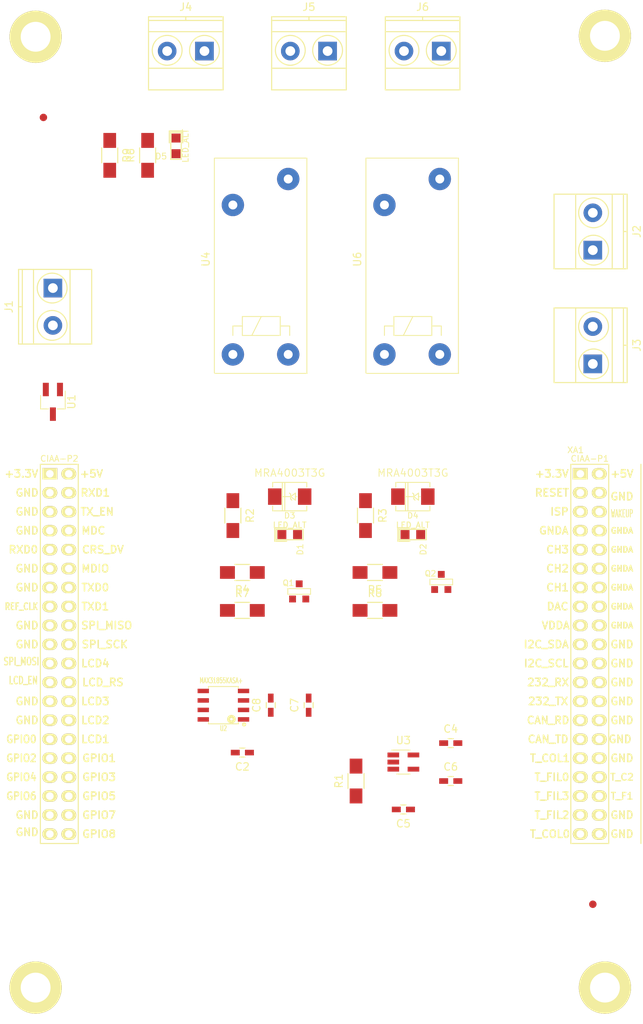
<source format=kicad_pcb>
(kicad_pcb (version 4) (host pcbnew 4.0.6-e0-6349~53~ubuntu16.04.1)

  (general
    (links 85)
    (no_connects 85)
    (area 77.515 32.328279 164.455 169.935001)
    (thickness 1.6)
    (drawings 0)
    (tracks 0)
    (zones 0)
    (modules 36)
    (nets 80)
  )

  (page A4)
  (layers
    (0 F.Cu signal)
    (31 B.Cu signal)
    (32 B.Adhes user)
    (33 F.Adhes user)
    (34 B.Paste user)
    (35 F.Paste user)
    (36 B.SilkS user)
    (37 F.SilkS user)
    (38 B.Mask user)
    (39 F.Mask user)
    (40 Dwgs.User user)
    (41 Cmts.User user)
    (42 Eco1.User user)
    (43 Eco2.User user)
    (44 Edge.Cuts user)
    (45 Margin user)
    (46 B.CrtYd user)
    (47 F.CrtYd user)
    (48 B.Fab user)
    (49 F.Fab user)
  )

  (setup
    (last_trace_width 0.25)
    (trace_clearance 0.2)
    (zone_clearance 0.508)
    (zone_45_only no)
    (trace_min 0.2)
    (segment_width 0.2)
    (edge_width 0.1)
    (via_size 0.6)
    (via_drill 0.4)
    (via_min_size 0.4)
    (via_min_drill 0.3)
    (uvia_size 0.3)
    (uvia_drill 0.1)
    (uvias_allowed no)
    (uvia_min_size 0.2)
    (uvia_min_drill 0.1)
    (pcb_text_width 0.3)
    (pcb_text_size 1.5 1.5)
    (mod_edge_width 0.15)
    (mod_text_size 1 1)
    (mod_text_width 0.15)
    (pad_size 1.5 1.5)
    (pad_drill 0.6)
    (pad_to_mask_clearance 0)
    (aux_axis_origin 0 0)
    (visible_elements FFFFF77F)
    (pcbplotparams
      (layerselection 0x00030_80000001)
      (usegerberextensions false)
      (excludeedgelayer true)
      (linewidth 0.100000)
      (plotframeref false)
      (viasonmask false)
      (mode 1)
      (useauxorigin false)
      (hpglpennumber 1)
      (hpglpenspeed 20)
      (hpglpendiameter 15)
      (hpglpenoverlay 2)
      (psnegative false)
      (psa4output false)
      (plotreference true)
      (plotvalue true)
      (plotinvisibletext false)
      (padsonsilk false)
      (subtractmaskfromsilk false)
      (outputformat 1)
      (mirror false)
      (drillshape 1)
      (scaleselection 1)
      (outputdirectory ""))
  )

  (net 0 "")
  (net 1 "Net-(C2-Pad1)")
  (net 2 "Net-(C2-Pad2)")
  (net 3 GND)
  (net 4 +5V)
  (net 5 "Net-(C5-Pad2)")
  (net 6 +3.3V)
  (net 7 "Net-(D1-Pad1)")
  (net 8 "Net-(D1-Pad2)")
  (net 9 "Net-(D2-Pad1)")
  (net 10 "Net-(D2-Pad2)")
  (net 11 "Net-(D5-Pad2)")
  (net 12 "Net-(F1-Pad1)")
  (net 13 "Net-(F2-Pad1)")
  (net 14 "Net-(J2-Pad2)")
  (net 15 /conector_ciaa/GNDA)
  (net 16 "Net-(J4-Pad2)")
  (net 17 "Net-(J5-Pad1)")
  (net 18 "Net-(J5-Pad2)")
  (net 19 "Net-(J6-Pad1)")
  (net 20 "Net-(J6-Pad2)")
  (net 21 "Net-(Q1-Pad1)")
  (net 22 /conector_ciaa/GPIO_2)
  (net 23 "Net-(Q2-Pad1)")
  (net 24 /conector_ciaa/GPIO_3)
  (net 25 /conector_ciaa/GPIO_1)
  (net 26 /inputs_temp/SCK_TCUP)
  (net 27 /conector_ciaa/GPIO_0)
  (net 28 /inputs_temp/MISO_TCUP)
  (net 29 "Net-(U2-Pad8)")
  (net 30 /conector_ciaa/ADC_1)
  (net 31 "Net-(XA1-Pad11)")
  (net 32 "Net-(XA1-Pad6)")
  (net 33 "Net-(XA1-Pad15)")
  (net 34 "Net-(XA1-Pad8)")
  (net 35 "Net-(XA1-Pad17)")
  (net 36 "Net-(XA1-Pad19)")
  (net 37 "Net-(XA1-Pad12)")
  (net 38 "Net-(XA1-Pad21)")
  (net 39 "Net-(XA1-Pad14)")
  (net 40 "Net-(XA1-Pad23)")
  (net 41 "Net-(XA1-Pad16)")
  (net 42 "Net-(XA1-Pad25)")
  (net 43 "Net-(XA1-Pad18)")
  (net 44 "Net-(XA1-Pad27)")
  (net 45 "Net-(XA1-Pad29)")
  (net 46 "Net-(XA1-Pad31)")
  (net 47 "Net-(XA1-Pad33)")
  (net 48 "Net-(XA1-Pad34)")
  (net 49 "Net-(XA1-Pad36)")
  (net 50 "Net-(XA1-Pad35)")
  (net 51 "Net-(XA1-Pad37)")
  (net 52 "Net-(XA1-Pad3)")
  (net 53 "Net-(XA1-Pad5)")
  (net 54 "Net-(XA1-Pad7)")
  (net 55 "Net-(XA1-Pad9)")
  (net 56 "Net-(XA1-Pad39)")
  (net 57 "Net-(XA1-Pad41)")
  (net 58 "Net-(XA1-Pad42)")
  (net 59 "Net-(XA1-Pad44)")
  (net 60 "Net-(XA1-Pad46)")
  (net 61 "Net-(XA1-Pad48)")
  (net 62 "Net-(XA1-Pad49)")
  (net 63 "Net-(XA1-Pad50)")
  (net 64 "Net-(XA1-Pad52)")
  (net 65 "Net-(XA1-Pad54)")
  (net 66 "Net-(XA1-Pad55)")
  (net 67 "Net-(XA1-Pad56)")
  (net 68 "Net-(XA1-Pad61)")
  (net 69 "Net-(XA1-Pad62)")
  (net 70 "Net-(XA1-Pad63)")
  (net 71 "Net-(XA1-Pad64)")
  (net 72 "Net-(XA1-Pad66)")
  (net 73 "Net-(XA1-Pad68)")
  (net 74 "Net-(XA1-Pad70)")
  (net 75 "Net-(XA1-Pad73)")
  (net 76 "Net-(XA1-Pad75)")
  (net 77 "Net-(XA1-Pad76)")
  (net 78 "Net-(XA1-Pad78)")
  (net 79 "Net-(XA1-Pad80)")

  (net_class Default "This is the default net class."
    (clearance 0.2)
    (trace_width 0.25)
    (via_dia 0.6)
    (via_drill 0.4)
    (uvia_dia 0.3)
    (uvia_drill 0.1)
    (add_net +3.3V)
    (add_net +5V)
    (add_net /conector_ciaa/ADC_1)
    (add_net /conector_ciaa/GNDA)
    (add_net /conector_ciaa/GPIO_0)
    (add_net /conector_ciaa/GPIO_1)
    (add_net /conector_ciaa/GPIO_2)
    (add_net /conector_ciaa/GPIO_3)
    (add_net /inputs_temp/MISO_TCUP)
    (add_net /inputs_temp/SCK_TCUP)
    (add_net GND)
    (add_net "Net-(C2-Pad1)")
    (add_net "Net-(C2-Pad2)")
    (add_net "Net-(C5-Pad2)")
    (add_net "Net-(D1-Pad1)")
    (add_net "Net-(D1-Pad2)")
    (add_net "Net-(D2-Pad1)")
    (add_net "Net-(D2-Pad2)")
    (add_net "Net-(D5-Pad2)")
    (add_net "Net-(F1-Pad1)")
    (add_net "Net-(F2-Pad1)")
    (add_net "Net-(J2-Pad2)")
    (add_net "Net-(J4-Pad2)")
    (add_net "Net-(J5-Pad1)")
    (add_net "Net-(J5-Pad2)")
    (add_net "Net-(J6-Pad1)")
    (add_net "Net-(J6-Pad2)")
    (add_net "Net-(Q1-Pad1)")
    (add_net "Net-(Q2-Pad1)")
    (add_net "Net-(U2-Pad8)")
    (add_net "Net-(XA1-Pad11)")
    (add_net "Net-(XA1-Pad12)")
    (add_net "Net-(XA1-Pad14)")
    (add_net "Net-(XA1-Pad15)")
    (add_net "Net-(XA1-Pad16)")
    (add_net "Net-(XA1-Pad17)")
    (add_net "Net-(XA1-Pad18)")
    (add_net "Net-(XA1-Pad19)")
    (add_net "Net-(XA1-Pad21)")
    (add_net "Net-(XA1-Pad23)")
    (add_net "Net-(XA1-Pad25)")
    (add_net "Net-(XA1-Pad27)")
    (add_net "Net-(XA1-Pad29)")
    (add_net "Net-(XA1-Pad3)")
    (add_net "Net-(XA1-Pad31)")
    (add_net "Net-(XA1-Pad33)")
    (add_net "Net-(XA1-Pad34)")
    (add_net "Net-(XA1-Pad35)")
    (add_net "Net-(XA1-Pad36)")
    (add_net "Net-(XA1-Pad37)")
    (add_net "Net-(XA1-Pad39)")
    (add_net "Net-(XA1-Pad41)")
    (add_net "Net-(XA1-Pad42)")
    (add_net "Net-(XA1-Pad44)")
    (add_net "Net-(XA1-Pad46)")
    (add_net "Net-(XA1-Pad48)")
    (add_net "Net-(XA1-Pad49)")
    (add_net "Net-(XA1-Pad5)")
    (add_net "Net-(XA1-Pad50)")
    (add_net "Net-(XA1-Pad52)")
    (add_net "Net-(XA1-Pad54)")
    (add_net "Net-(XA1-Pad55)")
    (add_net "Net-(XA1-Pad56)")
    (add_net "Net-(XA1-Pad6)")
    (add_net "Net-(XA1-Pad61)")
    (add_net "Net-(XA1-Pad62)")
    (add_net "Net-(XA1-Pad63)")
    (add_net "Net-(XA1-Pad64)")
    (add_net "Net-(XA1-Pad66)")
    (add_net "Net-(XA1-Pad68)")
    (add_net "Net-(XA1-Pad7)")
    (add_net "Net-(XA1-Pad70)")
    (add_net "Net-(XA1-Pad73)")
    (add_net "Net-(XA1-Pad75)")
    (add_net "Net-(XA1-Pad76)")
    (add_net "Net-(XA1-Pad78)")
    (add_net "Net-(XA1-Pad8)")
    (add_net "Net-(XA1-Pad80)")
    (add_net "Net-(XA1-Pad9)")
  )

  (module "footprints:DO-214AA(SMB)" (layer F.Cu) (tedit 595B7E56) (tstamp 595ADA46)
    (at 116.84 99.06 180)
    (descr "DO-214AA (SMB)  PACKAGE.")
    (tags "DO-214AA SMB")
    (path /5949816D/59499B39)
    (attr smd)
    (fp_text reference D3 (at 0 -2.54 180) (layer F.SilkS)
      (effects (font (size 0.762 0.762) (thickness 0.12)))
    )
    (fp_text value MRA4003T3G (at 0 3.175 180) (layer F.SilkS)
      (effects (font (size 1.00076 1.00076) (thickness 0.11938)))
    )
    (fp_line (start -0.762 0) (end -0.9652 0) (layer F.SilkS) (width 0.127))
    (fp_line (start -2.286 -1.905) (end 2.286 -1.905) (layer F.SilkS) (width 0.127))
    (fp_line (start 2.286 -1.905) (end 2.286 -1.27) (layer F.SilkS) (width 0.127))
    (fp_line (start 0.6604 1.905) (end 0.6604 -1.905) (layer F.SilkS) (width 0.127))
    (fp_line (start 0.9906 1.905) (end 0.9906 -1.905) (layer F.SilkS) (width 0.127))
    (fp_line (start -2.286 1.27) (end -2.286 1.905) (layer F.SilkS) (width 0.127))
    (fp_line (start -2.286 1.905) (end 2.286 1.905) (layer F.SilkS) (width 0.127))
    (fp_line (start 2.286 1.905) (end 2.286 1.27) (layer F.SilkS) (width 0.127))
    (fp_line (start -2.286 -1.27) (end -2.286 -1.905) (layer F.SilkS) (width 0.127))
    (fp_line (start -0.127 0) (end -0.762 -0.47498) (layer F.SilkS) (width 0.127))
    (fp_line (start -0.762 -0.47498) (end -0.762 0) (layer F.SilkS) (width 0.127))
    (fp_line (start -0.762 0) (end -0.762 0.47498) (layer F.SilkS) (width 0.127))
    (fp_line (start -0.762 0.47498) (end -0.127 0) (layer F.SilkS) (width 0.127))
    (fp_line (start -0.127 0) (end -0.127 -0.3175) (layer F.SilkS) (width 0.127))
    (fp_line (start -0.127 -0.3175) (end -0.28448 -0.47498) (layer F.SilkS) (width 0.127))
    (fp_line (start -0.127 0) (end -0.127 0.3175) (layer F.SilkS) (width 0.127))
    (fp_line (start -0.127 0.3175) (end 0.03048 0.47498) (layer F.SilkS) (width 0.127))
    (fp_line (start -0.127 0) (end 0.98298 0) (layer F.SilkS) (width 0.127))
    (pad 1 smd rect (at -2.0066 0 180) (size 1.80086 2.19964) (layers F.Cu F.Paste F.Mask)
      (net 7 "Net-(D1-Pad1)"))
    (pad 2 smd rect (at 2.0066 0 180) (size 1.80086 2.19964) (layers F.Cu F.Paste F.Mask)
      (net 4 +5V))
    (model ${KIPRJMOD}/footprints/packages3d/DO-214AA_SMB.wrl
      (at (xyz 0 0 0))
      (scale (xyz 1 1 1))
      (rotate (xyz 0 0 0))
    )
  )

  (module "footprints:DO-214AA(SMB)" (layer F.Cu) (tedit 595B7DB8) (tstamp 595ADA4C)
    (at 133.35 99.06 180)
    (descr "DO-214AA (SMB)  PACKAGE.")
    (tags "DO-214AA SMB")
    (path /5949816D/594F0601)
    (attr smd)
    (fp_text reference D4 (at 0 -2.54 180) (layer F.SilkS)
      (effects (font (size 0.762 0.762) (thickness 0.12)))
    )
    (fp_text value MRA4003T3G (at 0 3.175 180) (layer F.SilkS)
      (effects (font (size 1.00076 1.00076) (thickness 0.11938)))
    )
    (fp_line (start -0.762 0) (end -0.9652 0) (layer F.SilkS) (width 0.127))
    (fp_line (start -2.286 -1.905) (end 2.286 -1.905) (layer F.SilkS) (width 0.127))
    (fp_line (start 2.286 -1.905) (end 2.286 -1.27) (layer F.SilkS) (width 0.127))
    (fp_line (start 0.6604 1.905) (end 0.6604 -1.905) (layer F.SilkS) (width 0.127))
    (fp_line (start 0.9906 1.905) (end 0.9906 -1.905) (layer F.SilkS) (width 0.127))
    (fp_line (start -2.286 1.27) (end -2.286 1.905) (layer F.SilkS) (width 0.127))
    (fp_line (start -2.286 1.905) (end 2.286 1.905) (layer F.SilkS) (width 0.127))
    (fp_line (start 2.286 1.905) (end 2.286 1.27) (layer F.SilkS) (width 0.127))
    (fp_line (start -2.286 -1.27) (end -2.286 -1.905) (layer F.SilkS) (width 0.127))
    (fp_line (start -0.127 0) (end -0.762 -0.47498) (layer F.SilkS) (width 0.127))
    (fp_line (start -0.762 -0.47498) (end -0.762 0) (layer F.SilkS) (width 0.127))
    (fp_line (start -0.762 0) (end -0.762 0.47498) (layer F.SilkS) (width 0.127))
    (fp_line (start -0.762 0.47498) (end -0.127 0) (layer F.SilkS) (width 0.127))
    (fp_line (start -0.127 0) (end -0.127 -0.3175) (layer F.SilkS) (width 0.127))
    (fp_line (start -0.127 -0.3175) (end -0.28448 -0.47498) (layer F.SilkS) (width 0.127))
    (fp_line (start -0.127 0) (end -0.127 0.3175) (layer F.SilkS) (width 0.127))
    (fp_line (start -0.127 0.3175) (end 0.03048 0.47498) (layer F.SilkS) (width 0.127))
    (fp_line (start -0.127 0) (end 0.98298 0) (layer F.SilkS) (width 0.127))
    (pad 1 smd rect (at -2.0066 0 180) (size 1.80086 2.19964) (layers F.Cu F.Paste F.Mask)
      (net 9 "Net-(D2-Pad1)"))
    (pad 2 smd rect (at 2.0066 0 180) (size 1.80086 2.19964) (layers F.Cu F.Paste F.Mask)
      (net 4 +5V))
    (model ${KIPRJMOD}/footprints/packages3d/DO-214AA_SMB.wrl
      (at (xyz 0 0 0))
      (scale (xyz 1 1 1))
      (rotate (xyz 0 0 0))
    )
  )

  (module footprints:C_0603_HandSoldering (layer F.Cu) (tedit 541A9B4D) (tstamp 595ADA16)
    (at 110.49 133.35 180)
    (descr "Capacitor SMD 0603, hand soldering")
    (tags "capacitor 0603")
    (path /5949816A/59502ABD)
    (attr smd)
    (fp_text reference C2 (at 0 -1.9 180) (layer F.SilkS)
      (effects (font (size 1 1) (thickness 0.15)))
    )
    (fp_text value 100n (at 0 1.9 180) (layer F.Fab)
      (effects (font (size 1 1) (thickness 0.15)))
    )
    (fp_line (start -1.85 -0.75) (end 1.85 -0.75) (layer F.CrtYd) (width 0.05))
    (fp_line (start -1.85 0.75) (end 1.85 0.75) (layer F.CrtYd) (width 0.05))
    (fp_line (start -1.85 -0.75) (end -1.85 0.75) (layer F.CrtYd) (width 0.05))
    (fp_line (start 1.85 -0.75) (end 1.85 0.75) (layer F.CrtYd) (width 0.05))
    (fp_line (start -0.35 -0.6) (end 0.35 -0.6) (layer F.SilkS) (width 0.15))
    (fp_line (start 0.35 0.6) (end -0.35 0.6) (layer F.SilkS) (width 0.15))
    (pad 1 smd rect (at -0.95 0 180) (size 1.2 0.75) (layers F.Cu F.Paste F.Mask)
      (net 1 "Net-(C2-Pad1)"))
    (pad 2 smd rect (at 0.95 0 180) (size 1.2 0.75) (layers F.Cu F.Paste F.Mask)
      (net 2 "Net-(C2-Pad2)"))
    (model Capacitors_SMD.3dshapes/C_0603_HandSoldering.wrl
      (at (xyz 0 0 0))
      (scale (xyz 1 1 1))
      (rotate (xyz 0 0 0))
    )
  )

  (module footprints:C_0603_HandSoldering (layer F.Cu) (tedit 541A9B4D) (tstamp 595ADA1C)
    (at 138.43 132.08)
    (descr "Capacitor SMD 0603, hand soldering")
    (tags "capacitor 0603")
    (path /5949816A/594B01CC)
    (attr smd)
    (fp_text reference C4 (at 0 -1.9) (layer F.SilkS)
      (effects (font (size 1 1) (thickness 0.15)))
    )
    (fp_text value 10u (at 0 1.9) (layer F.Fab)
      (effects (font (size 1 1) (thickness 0.15)))
    )
    (fp_line (start -1.85 -0.75) (end 1.85 -0.75) (layer F.CrtYd) (width 0.05))
    (fp_line (start -1.85 0.75) (end 1.85 0.75) (layer F.CrtYd) (width 0.05))
    (fp_line (start -1.85 -0.75) (end -1.85 0.75) (layer F.CrtYd) (width 0.05))
    (fp_line (start 1.85 -0.75) (end 1.85 0.75) (layer F.CrtYd) (width 0.05))
    (fp_line (start -0.35 -0.6) (end 0.35 -0.6) (layer F.SilkS) (width 0.15))
    (fp_line (start 0.35 0.6) (end -0.35 0.6) (layer F.SilkS) (width 0.15))
    (pad 1 smd rect (at -0.95 0) (size 1.2 0.75) (layers F.Cu F.Paste F.Mask)
      (net 3 GND))
    (pad 2 smd rect (at 0.95 0) (size 1.2 0.75) (layers F.Cu F.Paste F.Mask)
      (net 4 +5V))
    (model Capacitors_SMD.3dshapes/C_0603_HandSoldering.wrl
      (at (xyz 0 0 0))
      (scale (xyz 1 1 1))
      (rotate (xyz 0 0 0))
    )
  )

  (module footprints:C_0603_HandSoldering (layer F.Cu) (tedit 541A9B4D) (tstamp 595ADA22)
    (at 132.08 140.97 180)
    (descr "Capacitor SMD 0603, hand soldering")
    (tags "capacitor 0603")
    (path /5949816A/5950292D)
    (attr smd)
    (fp_text reference C5 (at 0 -1.9 180) (layer F.SilkS)
      (effects (font (size 1 1) (thickness 0.15)))
    )
    (fp_text value 10u (at 0 1.9 180) (layer F.Fab)
      (effects (font (size 1 1) (thickness 0.15)))
    )
    (fp_line (start -1.85 -0.75) (end 1.85 -0.75) (layer F.CrtYd) (width 0.05))
    (fp_line (start -1.85 0.75) (end 1.85 0.75) (layer F.CrtYd) (width 0.05))
    (fp_line (start -1.85 -0.75) (end -1.85 0.75) (layer F.CrtYd) (width 0.05))
    (fp_line (start 1.85 -0.75) (end 1.85 0.75) (layer F.CrtYd) (width 0.05))
    (fp_line (start -0.35 -0.6) (end 0.35 -0.6) (layer F.SilkS) (width 0.15))
    (fp_line (start 0.35 0.6) (end -0.35 0.6) (layer F.SilkS) (width 0.15))
    (pad 1 smd rect (at -0.95 0 180) (size 1.2 0.75) (layers F.Cu F.Paste F.Mask)
      (net 3 GND))
    (pad 2 smd rect (at 0.95 0 180) (size 1.2 0.75) (layers F.Cu F.Paste F.Mask)
      (net 5 "Net-(C5-Pad2)"))
    (model Capacitors_SMD.3dshapes/C_0603_HandSoldering.wrl
      (at (xyz 0 0 0))
      (scale (xyz 1 1 1))
      (rotate (xyz 0 0 0))
    )
  )

  (module footprints:C_0603_HandSoldering (layer F.Cu) (tedit 541A9B4D) (tstamp 595ADA28)
    (at 138.43 137.16)
    (descr "Capacitor SMD 0603, hand soldering")
    (tags "capacitor 0603")
    (path /5949816A/594B023F)
    (attr smd)
    (fp_text reference C6 (at 0 -1.9) (layer F.SilkS)
      (effects (font (size 1 1) (thickness 0.15)))
    )
    (fp_text value 100n (at 0 1.9) (layer F.Fab)
      (effects (font (size 1 1) (thickness 0.15)))
    )
    (fp_line (start -1.85 -0.75) (end 1.85 -0.75) (layer F.CrtYd) (width 0.05))
    (fp_line (start -1.85 0.75) (end 1.85 0.75) (layer F.CrtYd) (width 0.05))
    (fp_line (start -1.85 -0.75) (end -1.85 0.75) (layer F.CrtYd) (width 0.05))
    (fp_line (start 1.85 -0.75) (end 1.85 0.75) (layer F.CrtYd) (width 0.05))
    (fp_line (start -0.35 -0.6) (end 0.35 -0.6) (layer F.SilkS) (width 0.15))
    (fp_line (start 0.35 0.6) (end -0.35 0.6) (layer F.SilkS) (width 0.15))
    (pad 1 smd rect (at -0.95 0) (size 1.2 0.75) (layers F.Cu F.Paste F.Mask)
      (net 3 GND))
    (pad 2 smd rect (at 0.95 0) (size 1.2 0.75) (layers F.Cu F.Paste F.Mask)
      (net 4 +5V))
    (model Capacitors_SMD.3dshapes/C_0603_HandSoldering.wrl
      (at (xyz 0 0 0))
      (scale (xyz 1 1 1))
      (rotate (xyz 0 0 0))
    )
  )

  (module footprints:C_0603_HandSoldering (layer F.Cu) (tedit 541A9B4D) (tstamp 595ADA2E)
    (at 119.38 127 90)
    (descr "Capacitor SMD 0603, hand soldering")
    (tags "capacitor 0603")
    (path /5949816A/5950268C)
    (attr smd)
    (fp_text reference C7 (at 0 -1.9 90) (layer F.SilkS)
      (effects (font (size 1 1) (thickness 0.15)))
    )
    (fp_text value 10u (at 0 1.9 90) (layer F.Fab)
      (effects (font (size 1 1) (thickness 0.15)))
    )
    (fp_line (start -1.85 -0.75) (end 1.85 -0.75) (layer F.CrtYd) (width 0.05))
    (fp_line (start -1.85 0.75) (end 1.85 0.75) (layer F.CrtYd) (width 0.05))
    (fp_line (start -1.85 -0.75) (end -1.85 0.75) (layer F.CrtYd) (width 0.05))
    (fp_line (start 1.85 -0.75) (end 1.85 0.75) (layer F.CrtYd) (width 0.05))
    (fp_line (start -0.35 -0.6) (end 0.35 -0.6) (layer F.SilkS) (width 0.15))
    (fp_line (start 0.35 0.6) (end -0.35 0.6) (layer F.SilkS) (width 0.15))
    (pad 1 smd rect (at -0.95 0 90) (size 1.2 0.75) (layers F.Cu F.Paste F.Mask)
      (net 3 GND))
    (pad 2 smd rect (at 0.95 0 90) (size 1.2 0.75) (layers F.Cu F.Paste F.Mask)
      (net 6 +3.3V))
    (model Capacitors_SMD.3dshapes/C_0603_HandSoldering.wrl
      (at (xyz 0 0 0))
      (scale (xyz 1 1 1))
      (rotate (xyz 0 0 0))
    )
  )

  (module footprints:C_0603_HandSoldering (layer F.Cu) (tedit 541A9B4D) (tstamp 595ADA34)
    (at 114.3 127 90)
    (descr "Capacitor SMD 0603, hand soldering")
    (tags "capacitor 0603")
    (path /5949816A/59502B96)
    (attr smd)
    (fp_text reference C8 (at 0 -1.9 90) (layer F.SilkS)
      (effects (font (size 1 1) (thickness 0.15)))
    )
    (fp_text value 100n (at 0 1.9 90) (layer F.Fab)
      (effects (font (size 1 1) (thickness 0.15)))
    )
    (fp_line (start -1.85 -0.75) (end 1.85 -0.75) (layer F.CrtYd) (width 0.05))
    (fp_line (start -1.85 0.75) (end 1.85 0.75) (layer F.CrtYd) (width 0.05))
    (fp_line (start -1.85 -0.75) (end -1.85 0.75) (layer F.CrtYd) (width 0.05))
    (fp_line (start 1.85 -0.75) (end 1.85 0.75) (layer F.CrtYd) (width 0.05))
    (fp_line (start -0.35 -0.6) (end 0.35 -0.6) (layer F.SilkS) (width 0.15))
    (fp_line (start 0.35 0.6) (end -0.35 0.6) (layer F.SilkS) (width 0.15))
    (pad 1 smd rect (at -0.95 0 90) (size 1.2 0.75) (layers F.Cu F.Paste F.Mask)
      (net 3 GND))
    (pad 2 smd rect (at 0.95 0 90) (size 1.2 0.75) (layers F.Cu F.Paste F.Mask)
      (net 6 +3.3V))
    (model Capacitors_SMD.3dshapes/C_0603_HandSoldering.wrl
      (at (xyz 0 0 0))
      (scale (xyz 1 1 1))
      (rotate (xyz 0 0 0))
    )
  )

  (module footprints:LED-0805 (layer F.Cu) (tedit 54F82255) (tstamp 595ADA3A)
    (at 116.84 104.14 180)
    (descr "LED 0805 smd package")
    (tags "LED 0805 SMD")
    (path /5949816D/594F0FD3)
    (attr smd)
    (fp_text reference D1 (at -1.4 -2 270) (layer F.SilkS)
      (effects (font (size 0.8 0.8) (thickness 0.12)))
    )
    (fp_text value LED_ALT (at 0 1.27 180) (layer F.SilkS)
      (effects (font (size 0.762 0.762) (thickness 0.127)))
    )
    (fp_line (start 2 0.9) (end 2 0.6) (layer F.SilkS) (width 0.15))
    (fp_line (start 2 0.9) (end 0.4 0.9) (layer F.SilkS) (width 0.15))
    (fp_line (start 2 -0.7) (end 2 -0.9) (layer F.SilkS) (width 0.15))
    (fp_line (start 2 -0.9) (end 0.4 -0.9) (layer F.SilkS) (width 0.15))
    (fp_line (start -1.8 -0.7) (end -1.7 -0.7) (layer F.SilkS) (width 0.15))
    (fp_line (start 2 -0.7) (end 2 0.7) (layer F.SilkS) (width 0.15))
    (fp_line (start -1.7 -0.7) (end 1.8 -0.7) (layer F.SilkS) (width 0.15))
    (fp_line (start 1.8 -0.7) (end 1.8 0.7) (layer F.SilkS) (width 0.15))
    (fp_line (start 1.8 0.7) (end -1.8 0.7) (layer F.SilkS) (width 0.15))
    (fp_line (start -1.8 0.7) (end -1.8 -0.7) (layer F.SilkS) (width 0.15))
    (pad 1 smd rect (at -1.04902 0 180) (size 1.19888 1.19888) (layers F.Cu F.Paste F.Mask)
      (net 7 "Net-(D1-Pad1)"))
    (pad 2 smd rect (at 1.04902 0 180) (size 1.19888 1.19888) (layers F.Cu F.Paste F.Mask)
      (net 8 "Net-(D1-Pad2)"))
    (model ${KIPRJMOD}/footprints/packages3d/led_0805.wrl
      (at (xyz 0 0 0))
      (scale (xyz 1 1 1))
      (rotate (xyz 0 0 0))
    )
  )

  (module footprints:LED-0805 (layer F.Cu) (tedit 54F82255) (tstamp 595ADA40)
    (at 133.35 104.14 180)
    (descr "LED 0805 smd package")
    (tags "LED 0805 SMD")
    (path /5949816D/594F16C6)
    (attr smd)
    (fp_text reference D2 (at -1.4 -2 270) (layer F.SilkS)
      (effects (font (size 0.8 0.8) (thickness 0.12)))
    )
    (fp_text value LED_ALT (at 0 1.27 180) (layer F.SilkS)
      (effects (font (size 0.762 0.762) (thickness 0.127)))
    )
    (fp_line (start 2 0.9) (end 2 0.6) (layer F.SilkS) (width 0.15))
    (fp_line (start 2 0.9) (end 0.4 0.9) (layer F.SilkS) (width 0.15))
    (fp_line (start 2 -0.7) (end 2 -0.9) (layer F.SilkS) (width 0.15))
    (fp_line (start 2 -0.9) (end 0.4 -0.9) (layer F.SilkS) (width 0.15))
    (fp_line (start -1.8 -0.7) (end -1.7 -0.7) (layer F.SilkS) (width 0.15))
    (fp_line (start 2 -0.7) (end 2 0.7) (layer F.SilkS) (width 0.15))
    (fp_line (start -1.7 -0.7) (end 1.8 -0.7) (layer F.SilkS) (width 0.15))
    (fp_line (start 1.8 -0.7) (end 1.8 0.7) (layer F.SilkS) (width 0.15))
    (fp_line (start 1.8 0.7) (end -1.8 0.7) (layer F.SilkS) (width 0.15))
    (fp_line (start -1.8 0.7) (end -1.8 -0.7) (layer F.SilkS) (width 0.15))
    (pad 1 smd rect (at -1.04902 0 180) (size 1.19888 1.19888) (layers F.Cu F.Paste F.Mask)
      (net 9 "Net-(D2-Pad1)"))
    (pad 2 smd rect (at 1.04902 0 180) (size 1.19888 1.19888) (layers F.Cu F.Paste F.Mask)
      (net 10 "Net-(D2-Pad2)"))
    (model ${KIPRJMOD}/footprints/packages3d/led_0805.wrl
      (at (xyz 0 0 0))
      (scale (xyz 1 1 1))
      (rotate (xyz 0 0 0))
    )
  )

  (module footprints:LED-0805 (layer F.Cu) (tedit 54F82255) (tstamp 595ADA52)
    (at 101.6 52.07 90)
    (descr "LED 0805 smd package")
    (tags "LED 0805 SMD")
    (path /5949816D/594DCC94)
    (attr smd)
    (fp_text reference D5 (at -1.4 -2 180) (layer F.SilkS)
      (effects (font (size 0.8 0.8) (thickness 0.12)))
    )
    (fp_text value LED_ALT (at 0 1.27 90) (layer F.SilkS)
      (effects (font (size 0.762 0.762) (thickness 0.127)))
    )
    (fp_line (start 2 0.9) (end 2 0.6) (layer F.SilkS) (width 0.15))
    (fp_line (start 2 0.9) (end 0.4 0.9) (layer F.SilkS) (width 0.15))
    (fp_line (start 2 -0.7) (end 2 -0.9) (layer F.SilkS) (width 0.15))
    (fp_line (start 2 -0.9) (end 0.4 -0.9) (layer F.SilkS) (width 0.15))
    (fp_line (start -1.8 -0.7) (end -1.7 -0.7) (layer F.SilkS) (width 0.15))
    (fp_line (start 2 -0.7) (end 2 0.7) (layer F.SilkS) (width 0.15))
    (fp_line (start -1.7 -0.7) (end 1.8 -0.7) (layer F.SilkS) (width 0.15))
    (fp_line (start 1.8 -0.7) (end 1.8 0.7) (layer F.SilkS) (width 0.15))
    (fp_line (start 1.8 0.7) (end -1.8 0.7) (layer F.SilkS) (width 0.15))
    (fp_line (start -1.8 0.7) (end -1.8 -0.7) (layer F.SilkS) (width 0.15))
    (pad 1 smd rect (at -1.04902 0 90) (size 1.19888 1.19888) (layers F.Cu F.Paste F.Mask)
      (net 3 GND))
    (pad 2 smd rect (at 1.04902 0 90) (size 1.19888 1.19888) (layers F.Cu F.Paste F.Mask)
      (net 11 "Net-(D5-Pad2)"))
    (model ${KIPRJMOD}/footprints/packages3d/led_0805.wrl
      (at (xyz 0 0 0))
      (scale (xyz 1 1 1))
      (rotate (xyz 0 0 0))
    )
  )

  (module footprints:Fiducial_1mm (layer F.Cu) (tedit 573E1507) (tstamp 595ADA57)
    (at 83.82 48.26)
    (path /594EF035)
    (clearance 1.524)
    (fp_text reference F1 (at 0.02 -0.9) (layer F.SilkS) hide
      (effects (font (size 0.7112 0.4572) (thickness 0.1143)))
    )
    (fp_text value FIDUCIAL (at 0 0.99) (layer F.SilkS) hide
      (effects (font (size 0.254 0.254) (thickness 0.00254)))
    )
    (pad 1 smd circle (at 0 0) (size 1 1) (layers F.Cu F.Mask)
      (net 12 "Net-(F1-Pad1)") (solder_mask_margin 1.5))
  )

  (module footprints:Fiducial_1mm (layer F.Cu) (tedit 573E1507) (tstamp 595ADA5C)
    (at 157.48 153.67)
    (path /594EF17A)
    (clearance 1.524)
    (fp_text reference F2 (at 0.02 -0.9) (layer F.SilkS) hide
      (effects (font (size 0.7112 0.4572) (thickness 0.1143)))
    )
    (fp_text value FIDUCIAL (at 0 0.99) (layer F.SilkS) hide
      (effects (font (size 0.254 0.254) (thickness 0.00254)))
    )
    (pad 1 smd circle (at 0 0) (size 1 1) (layers F.Cu F.Mask)
      (net 13 "Net-(F2-Pad1)") (solder_mask_margin 1.5))
  )

  (module footprints:TerminalBlock_Pheonix_MKDS1.5-2pol (layer F.Cu) (tedit 563007E4) (tstamp 595ADA62)
    (at 85.09 71.12 270)
    (descr "2-way 5mm pitch terminal block, Phoenix MKDS series")
    (path /5949816A/59502271)
    (fp_text reference J1 (at 2.5 5.9 270) (layer F.SilkS)
      (effects (font (size 1 1) (thickness 0.15)))
    )
    (fp_text value Screw_Terminal_1x02 (at 2.5 -6.6 270) (layer F.Fab)
      (effects (font (size 1 1) (thickness 0.15)))
    )
    (fp_line (start -2.7 -5.4) (end 7.7 -5.4) (layer F.CrtYd) (width 0.05))
    (fp_line (start -2.7 4.8) (end -2.7 -5.4) (layer F.CrtYd) (width 0.05))
    (fp_line (start 7.7 4.8) (end -2.7 4.8) (layer F.CrtYd) (width 0.05))
    (fp_line (start 7.7 -5.4) (end 7.7 4.8) (layer F.CrtYd) (width 0.05))
    (fp_line (start 2.5 4.1) (end 2.5 4.6) (layer F.SilkS) (width 0.15))
    (fp_circle (center 5 0.1) (end 3 0.1) (layer F.SilkS) (width 0.15))
    (fp_circle (center 0 0.1) (end 2 0.1) (layer F.SilkS) (width 0.15))
    (fp_line (start -2.5 2.6) (end 7.5 2.6) (layer F.SilkS) (width 0.15))
    (fp_line (start -2.5 -2.3) (end 7.5 -2.3) (layer F.SilkS) (width 0.15))
    (fp_line (start -2.5 4.1) (end 7.5 4.1) (layer F.SilkS) (width 0.15))
    (fp_line (start -2.5 4.6) (end 7.5 4.6) (layer F.SilkS) (width 0.15))
    (fp_line (start 7.5 4.6) (end 7.5 -5.2) (layer F.SilkS) (width 0.15))
    (fp_line (start 7.5 -5.2) (end -2.5 -5.2) (layer F.SilkS) (width 0.15))
    (fp_line (start -2.5 -5.2) (end -2.5 4.6) (layer F.SilkS) (width 0.15))
    (pad 1 thru_hole rect (at 0 0 270) (size 2.5 2.5) (drill 1.3) (layers *.Cu *.Mask)
      (net 2 "Net-(C2-Pad2)"))
    (pad 2 thru_hole circle (at 5 0 270) (size 2.5 2.5) (drill 1.3) (layers *.Cu *.Mask)
      (net 1 "Net-(C2-Pad1)"))
    (model Terminal_Blocks.3dshapes/TerminalBlock_Pheonix_MKDS1.5-2pol.wrl
      (at (xyz 0.0984 0 0))
      (scale (xyz 1 1 1))
      (rotate (xyz 0 0 0))
    )
  )

  (module footprints:TerminalBlock_Pheonix_MKDS1.5-2pol (layer F.Cu) (tedit 563007E4) (tstamp 595ADA68)
    (at 157.48 66.04 90)
    (descr "2-way 5mm pitch terminal block, Phoenix MKDS series")
    (path /5949816A/594D3D2C)
    (fp_text reference J2 (at 2.5 5.9 90) (layer F.SilkS)
      (effects (font (size 1 1) (thickness 0.15)))
    )
    (fp_text value Screw_Terminal_1x02 (at 2.5 -6.6 90) (layer F.Fab)
      (effects (font (size 1 1) (thickness 0.15)))
    )
    (fp_line (start -2.7 -5.4) (end 7.7 -5.4) (layer F.CrtYd) (width 0.05))
    (fp_line (start -2.7 4.8) (end -2.7 -5.4) (layer F.CrtYd) (width 0.05))
    (fp_line (start 7.7 4.8) (end -2.7 4.8) (layer F.CrtYd) (width 0.05))
    (fp_line (start 7.7 -5.4) (end 7.7 4.8) (layer F.CrtYd) (width 0.05))
    (fp_line (start 2.5 4.1) (end 2.5 4.6) (layer F.SilkS) (width 0.15))
    (fp_circle (center 5 0.1) (end 3 0.1) (layer F.SilkS) (width 0.15))
    (fp_circle (center 0 0.1) (end 2 0.1) (layer F.SilkS) (width 0.15))
    (fp_line (start -2.5 2.6) (end 7.5 2.6) (layer F.SilkS) (width 0.15))
    (fp_line (start -2.5 -2.3) (end 7.5 -2.3) (layer F.SilkS) (width 0.15))
    (fp_line (start -2.5 4.1) (end 7.5 4.1) (layer F.SilkS) (width 0.15))
    (fp_line (start -2.5 4.6) (end 7.5 4.6) (layer F.SilkS) (width 0.15))
    (fp_line (start 7.5 4.6) (end 7.5 -5.2) (layer F.SilkS) (width 0.15))
    (fp_line (start 7.5 -5.2) (end -2.5 -5.2) (layer F.SilkS) (width 0.15))
    (fp_line (start -2.5 -5.2) (end -2.5 4.6) (layer F.SilkS) (width 0.15))
    (pad 1 thru_hole rect (at 0 0 90) (size 2.5 2.5) (drill 1.3) (layers *.Cu *.Mask)
      (net 4 +5V))
    (pad 2 thru_hole circle (at 5 0 90) (size 2.5 2.5) (drill 1.3) (layers *.Cu *.Mask)
      (net 14 "Net-(J2-Pad2)"))
    (model Terminal_Blocks.3dshapes/TerminalBlock_Pheonix_MKDS1.5-2pol.wrl
      (at (xyz 0.0984 0 0))
      (scale (xyz 1 1 1))
      (rotate (xyz 0 0 0))
    )
  )

  (module footprints:TerminalBlock_Pheonix_MKDS1.5-2pol (layer F.Cu) (tedit 563007E4) (tstamp 595ADA6E)
    (at 157.48 81.28 90)
    (descr "2-way 5mm pitch terminal block, Phoenix MKDS series")
    (path /5949816A/595021F9)
    (fp_text reference J3 (at 2.5 5.9 90) (layer F.SilkS)
      (effects (font (size 1 1) (thickness 0.15)))
    )
    (fp_text value Screw_Terminal_1x02 (at 2.5 -6.6 90) (layer F.Fab)
      (effects (font (size 1 1) (thickness 0.15)))
    )
    (fp_line (start -2.7 -5.4) (end 7.7 -5.4) (layer F.CrtYd) (width 0.05))
    (fp_line (start -2.7 4.8) (end -2.7 -5.4) (layer F.CrtYd) (width 0.05))
    (fp_line (start 7.7 4.8) (end -2.7 4.8) (layer F.CrtYd) (width 0.05))
    (fp_line (start 7.7 -5.4) (end 7.7 4.8) (layer F.CrtYd) (width 0.05))
    (fp_line (start 2.5 4.1) (end 2.5 4.6) (layer F.SilkS) (width 0.15))
    (fp_circle (center 5 0.1) (end 3 0.1) (layer F.SilkS) (width 0.15))
    (fp_circle (center 0 0.1) (end 2 0.1) (layer F.SilkS) (width 0.15))
    (fp_line (start -2.5 2.6) (end 7.5 2.6) (layer F.SilkS) (width 0.15))
    (fp_line (start -2.5 -2.3) (end 7.5 -2.3) (layer F.SilkS) (width 0.15))
    (fp_line (start -2.5 4.1) (end 7.5 4.1) (layer F.SilkS) (width 0.15))
    (fp_line (start -2.5 4.6) (end 7.5 4.6) (layer F.SilkS) (width 0.15))
    (fp_line (start 7.5 4.6) (end 7.5 -5.2) (layer F.SilkS) (width 0.15))
    (fp_line (start 7.5 -5.2) (end -2.5 -5.2) (layer F.SilkS) (width 0.15))
    (fp_line (start -2.5 -5.2) (end -2.5 4.6) (layer F.SilkS) (width 0.15))
    (pad 1 thru_hole rect (at 0 0 90) (size 2.5 2.5) (drill 1.3) (layers *.Cu *.Mask)
      (net 14 "Net-(J2-Pad2)"))
    (pad 2 thru_hole circle (at 5 0 90) (size 2.5 2.5) (drill 1.3) (layers *.Cu *.Mask)
      (net 15 /conector_ciaa/GNDA))
    (model Terminal_Blocks.3dshapes/TerminalBlock_Pheonix_MKDS1.5-2pol.wrl
      (at (xyz 0.0984 0 0))
      (scale (xyz 1 1 1))
      (rotate (xyz 0 0 0))
    )
  )

  (module footprints:TerminalBlock_Pheonix_MKDS1.5-2pol (layer F.Cu) (tedit 563007E4) (tstamp 595ADA74)
    (at 105.41 39.37 180)
    (descr "2-way 5mm pitch terminal block, Phoenix MKDS series")
    (path /5949816D/594DC9A7)
    (fp_text reference J4 (at 2.5 5.9 180) (layer F.SilkS)
      (effects (font (size 1 1) (thickness 0.15)))
    )
    (fp_text value Screw_Terminal_1x02 (at 2.5 -6.6 180) (layer F.Fab)
      (effects (font (size 1 1) (thickness 0.15)))
    )
    (fp_line (start -2.7 -5.4) (end 7.7 -5.4) (layer F.CrtYd) (width 0.05))
    (fp_line (start -2.7 4.8) (end -2.7 -5.4) (layer F.CrtYd) (width 0.05))
    (fp_line (start 7.7 4.8) (end -2.7 4.8) (layer F.CrtYd) (width 0.05))
    (fp_line (start 7.7 -5.4) (end 7.7 4.8) (layer F.CrtYd) (width 0.05))
    (fp_line (start 2.5 4.1) (end 2.5 4.6) (layer F.SilkS) (width 0.15))
    (fp_circle (center 5 0.1) (end 3 0.1) (layer F.SilkS) (width 0.15))
    (fp_circle (center 0 0.1) (end 2 0.1) (layer F.SilkS) (width 0.15))
    (fp_line (start -2.5 2.6) (end 7.5 2.6) (layer F.SilkS) (width 0.15))
    (fp_line (start -2.5 -2.3) (end 7.5 -2.3) (layer F.SilkS) (width 0.15))
    (fp_line (start -2.5 4.1) (end 7.5 4.1) (layer F.SilkS) (width 0.15))
    (fp_line (start -2.5 4.6) (end 7.5 4.6) (layer F.SilkS) (width 0.15))
    (fp_line (start 7.5 4.6) (end 7.5 -5.2) (layer F.SilkS) (width 0.15))
    (fp_line (start 7.5 -5.2) (end -2.5 -5.2) (layer F.SilkS) (width 0.15))
    (fp_line (start -2.5 -5.2) (end -2.5 4.6) (layer F.SilkS) (width 0.15))
    (pad 1 thru_hole rect (at 0 0 180) (size 2.5 2.5) (drill 1.3) (layers *.Cu *.Mask)
      (net 3 GND))
    (pad 2 thru_hole circle (at 5 0 180) (size 2.5 2.5) (drill 1.3) (layers *.Cu *.Mask)
      (net 16 "Net-(J4-Pad2)"))
    (model Terminal_Blocks.3dshapes/TerminalBlock_Pheonix_MKDS1.5-2pol.wrl
      (at (xyz 0.0984 0 0))
      (scale (xyz 1 1 1))
      (rotate (xyz 0 0 0))
    )
  )

  (module footprints:TerminalBlock_Pheonix_MKDS1.5-2pol (layer F.Cu) (tedit 563007E4) (tstamp 595ADA7A)
    (at 121.92 39.37 180)
    (descr "2-way 5mm pitch terminal block, Phoenix MKDS series")
    (path /5949816D/594F0A4F)
    (fp_text reference J5 (at 2.5 5.9 180) (layer F.SilkS)
      (effects (font (size 1 1) (thickness 0.15)))
    )
    (fp_text value Screw_Terminal_1x02 (at 2.5 -6.6 180) (layer F.Fab)
      (effects (font (size 1 1) (thickness 0.15)))
    )
    (fp_line (start -2.7 -5.4) (end 7.7 -5.4) (layer F.CrtYd) (width 0.05))
    (fp_line (start -2.7 4.8) (end -2.7 -5.4) (layer F.CrtYd) (width 0.05))
    (fp_line (start 7.7 4.8) (end -2.7 4.8) (layer F.CrtYd) (width 0.05))
    (fp_line (start 7.7 -5.4) (end 7.7 4.8) (layer F.CrtYd) (width 0.05))
    (fp_line (start 2.5 4.1) (end 2.5 4.6) (layer F.SilkS) (width 0.15))
    (fp_circle (center 5 0.1) (end 3 0.1) (layer F.SilkS) (width 0.15))
    (fp_circle (center 0 0.1) (end 2 0.1) (layer F.SilkS) (width 0.15))
    (fp_line (start -2.5 2.6) (end 7.5 2.6) (layer F.SilkS) (width 0.15))
    (fp_line (start -2.5 -2.3) (end 7.5 -2.3) (layer F.SilkS) (width 0.15))
    (fp_line (start -2.5 4.1) (end 7.5 4.1) (layer F.SilkS) (width 0.15))
    (fp_line (start -2.5 4.6) (end 7.5 4.6) (layer F.SilkS) (width 0.15))
    (fp_line (start 7.5 4.6) (end 7.5 -5.2) (layer F.SilkS) (width 0.15))
    (fp_line (start 7.5 -5.2) (end -2.5 -5.2) (layer F.SilkS) (width 0.15))
    (fp_line (start -2.5 -5.2) (end -2.5 4.6) (layer F.SilkS) (width 0.15))
    (pad 1 thru_hole rect (at 0 0 180) (size 2.5 2.5) (drill 1.3) (layers *.Cu *.Mask)
      (net 17 "Net-(J5-Pad1)"))
    (pad 2 thru_hole circle (at 5 0 180) (size 2.5 2.5) (drill 1.3) (layers *.Cu *.Mask)
      (net 18 "Net-(J5-Pad2)"))
    (model Terminal_Blocks.3dshapes/TerminalBlock_Pheonix_MKDS1.5-2pol.wrl
      (at (xyz 0.0984 0 0))
      (scale (xyz 1 1 1))
      (rotate (xyz 0 0 0))
    )
  )

  (module footprints:TerminalBlock_Pheonix_MKDS1.5-2pol (layer F.Cu) (tedit 563007E4) (tstamp 595ADA80)
    (at 137.16 39.37 180)
    (descr "2-way 5mm pitch terminal block, Phoenix MKDS series")
    (path /5949816D/594F12CC)
    (fp_text reference J6 (at 2.5 5.9 180) (layer F.SilkS)
      (effects (font (size 1 1) (thickness 0.15)))
    )
    (fp_text value Screw_Terminal_1x02 (at 2.5 -6.6 180) (layer F.Fab)
      (effects (font (size 1 1) (thickness 0.15)))
    )
    (fp_line (start -2.7 -5.4) (end 7.7 -5.4) (layer F.CrtYd) (width 0.05))
    (fp_line (start -2.7 4.8) (end -2.7 -5.4) (layer F.CrtYd) (width 0.05))
    (fp_line (start 7.7 4.8) (end -2.7 4.8) (layer F.CrtYd) (width 0.05))
    (fp_line (start 7.7 -5.4) (end 7.7 4.8) (layer F.CrtYd) (width 0.05))
    (fp_line (start 2.5 4.1) (end 2.5 4.6) (layer F.SilkS) (width 0.15))
    (fp_circle (center 5 0.1) (end 3 0.1) (layer F.SilkS) (width 0.15))
    (fp_circle (center 0 0.1) (end 2 0.1) (layer F.SilkS) (width 0.15))
    (fp_line (start -2.5 2.6) (end 7.5 2.6) (layer F.SilkS) (width 0.15))
    (fp_line (start -2.5 -2.3) (end 7.5 -2.3) (layer F.SilkS) (width 0.15))
    (fp_line (start -2.5 4.1) (end 7.5 4.1) (layer F.SilkS) (width 0.15))
    (fp_line (start -2.5 4.6) (end 7.5 4.6) (layer F.SilkS) (width 0.15))
    (fp_line (start 7.5 4.6) (end 7.5 -5.2) (layer F.SilkS) (width 0.15))
    (fp_line (start 7.5 -5.2) (end -2.5 -5.2) (layer F.SilkS) (width 0.15))
    (fp_line (start -2.5 -5.2) (end -2.5 4.6) (layer F.SilkS) (width 0.15))
    (pad 1 thru_hole rect (at 0 0 180) (size 2.5 2.5) (drill 1.3) (layers *.Cu *.Mask)
      (net 19 "Net-(J6-Pad1)"))
    (pad 2 thru_hole circle (at 5 0 180) (size 2.5 2.5) (drill 1.3) (layers *.Cu *.Mask)
      (net 20 "Net-(J6-Pad2)"))
    (model Terminal_Blocks.3dshapes/TerminalBlock_Pheonix_MKDS1.5-2pol.wrl
      (at (xyz 0.0984 0 0))
      (scale (xyz 1 1 1))
      (rotate (xyz 0 0 0))
    )
  )

  (module footprints:R_1206_HandSoldering (layer F.Cu) (tedit 5418A20D) (tstamp 595ADA94)
    (at 125.73 137.16 90)
    (descr "Resistor SMD 1206, hand soldering")
    (tags "resistor 1206")
    (path /5949816A/594B027F)
    (attr smd)
    (fp_text reference R1 (at 0 -2.3 90) (layer F.SilkS)
      (effects (font (size 1 1) (thickness 0.15)))
    )
    (fp_text value 10k (at 0 2.3 90) (layer F.Fab)
      (effects (font (size 1 1) (thickness 0.15)))
    )
    (fp_line (start -3.3 -1.2) (end 3.3 -1.2) (layer F.CrtYd) (width 0.05))
    (fp_line (start -3.3 1.2) (end 3.3 1.2) (layer F.CrtYd) (width 0.05))
    (fp_line (start -3.3 -1.2) (end -3.3 1.2) (layer F.CrtYd) (width 0.05))
    (fp_line (start 3.3 -1.2) (end 3.3 1.2) (layer F.CrtYd) (width 0.05))
    (fp_line (start 1 1.075) (end -1 1.075) (layer F.SilkS) (width 0.15))
    (fp_line (start -1 -1.075) (end 1 -1.075) (layer F.SilkS) (width 0.15))
    (pad 1 smd rect (at -2 0 90) (size 2 1.7) (layers F.Cu F.Paste F.Mask)
      (net 5 "Net-(C5-Pad2)"))
    (pad 2 smd rect (at 2 0 90) (size 2 1.7) (layers F.Cu F.Paste F.Mask)
      (net 14 "Net-(J2-Pad2)"))
    (model Resistors_SMD.3dshapes/R_1206_HandSoldering.wrl
      (at (xyz 0 0 0))
      (scale (xyz 1 1 1))
      (rotate (xyz 0 0 0))
    )
  )

  (module footprints:R_1206_HandSoldering (layer F.Cu) (tedit 5418A20D) (tstamp 595ADA9A)
    (at 109.22 101.6 270)
    (descr "Resistor SMD 1206, hand soldering")
    (tags "resistor 1206")
    (path /5949816D/59499B25)
    (attr smd)
    (fp_text reference R2 (at 0 -2.3 270) (layer F.SilkS)
      (effects (font (size 1 1) (thickness 0.15)))
    )
    (fp_text value 1k (at 0 2.3 270) (layer F.Fab)
      (effects (font (size 1 1) (thickness 0.15)))
    )
    (fp_line (start -3.3 -1.2) (end 3.3 -1.2) (layer F.CrtYd) (width 0.05))
    (fp_line (start -3.3 1.2) (end 3.3 1.2) (layer F.CrtYd) (width 0.05))
    (fp_line (start -3.3 -1.2) (end -3.3 1.2) (layer F.CrtYd) (width 0.05))
    (fp_line (start 3.3 -1.2) (end 3.3 1.2) (layer F.CrtYd) (width 0.05))
    (fp_line (start 1 1.075) (end -1 1.075) (layer F.SilkS) (width 0.15))
    (fp_line (start -1 -1.075) (end 1 -1.075) (layer F.SilkS) (width 0.15))
    (pad 1 smd rect (at -2 0 270) (size 2 1.7) (layers F.Cu F.Paste F.Mask)
      (net 4 +5V))
    (pad 2 smd rect (at 2 0 270) (size 2 1.7) (layers F.Cu F.Paste F.Mask)
      (net 8 "Net-(D1-Pad2)"))
    (model Resistors_SMD.3dshapes/R_1206_HandSoldering.wrl
      (at (xyz 0 0 0))
      (scale (xyz 1 1 1))
      (rotate (xyz 0 0 0))
    )
  )

  (module footprints:R_1206_HandSoldering (layer F.Cu) (tedit 5418A20D) (tstamp 595ADAA0)
    (at 127 101.6 270)
    (descr "Resistor SMD 1206, hand soldering")
    (tags "resistor 1206")
    (path /5949816D/594F55BD)
    (attr smd)
    (fp_text reference R3 (at 0 -2.3 270) (layer F.SilkS)
      (effects (font (size 1 1) (thickness 0.15)))
    )
    (fp_text value 1k (at 0 2.3 270) (layer F.Fab)
      (effects (font (size 1 1) (thickness 0.15)))
    )
    (fp_line (start -3.3 -1.2) (end 3.3 -1.2) (layer F.CrtYd) (width 0.05))
    (fp_line (start -3.3 1.2) (end 3.3 1.2) (layer F.CrtYd) (width 0.05))
    (fp_line (start -3.3 -1.2) (end -3.3 1.2) (layer F.CrtYd) (width 0.05))
    (fp_line (start 3.3 -1.2) (end 3.3 1.2) (layer F.CrtYd) (width 0.05))
    (fp_line (start 1 1.075) (end -1 1.075) (layer F.SilkS) (width 0.15))
    (fp_line (start -1 -1.075) (end 1 -1.075) (layer F.SilkS) (width 0.15))
    (pad 1 smd rect (at -2 0 270) (size 2 1.7) (layers F.Cu F.Paste F.Mask)
      (net 4 +5V))
    (pad 2 smd rect (at 2 0 270) (size 2 1.7) (layers F.Cu F.Paste F.Mask)
      (net 10 "Net-(D2-Pad2)"))
    (model Resistors_SMD.3dshapes/R_1206_HandSoldering.wrl
      (at (xyz 0 0 0))
      (scale (xyz 1 1 1))
      (rotate (xyz 0 0 0))
    )
  )

  (module footprints:R_1206_HandSoldering (layer F.Cu) (tedit 5418A20D) (tstamp 595ADAA6)
    (at 110.49 109.22 180)
    (descr "Resistor SMD 1206, hand soldering")
    (tags "resistor 1206")
    (path /5949816D/594F5E3B)
    (attr smd)
    (fp_text reference R4 (at 0 -2.3 180) (layer F.SilkS)
      (effects (font (size 1 1) (thickness 0.15)))
    )
    (fp_text value 1k (at 0 2.3 180) (layer F.Fab)
      (effects (font (size 1 1) (thickness 0.15)))
    )
    (fp_line (start -3.3 -1.2) (end 3.3 -1.2) (layer F.CrtYd) (width 0.05))
    (fp_line (start -3.3 1.2) (end 3.3 1.2) (layer F.CrtYd) (width 0.05))
    (fp_line (start -3.3 -1.2) (end -3.3 1.2) (layer F.CrtYd) (width 0.05))
    (fp_line (start 3.3 -1.2) (end 3.3 1.2) (layer F.CrtYd) (width 0.05))
    (fp_line (start 1 1.075) (end -1 1.075) (layer F.SilkS) (width 0.15))
    (fp_line (start -1 -1.075) (end 1 -1.075) (layer F.SilkS) (width 0.15))
    (pad 1 smd rect (at -2 0 180) (size 2 1.7) (layers F.Cu F.Paste F.Mask)
      (net 21 "Net-(Q1-Pad1)"))
    (pad 2 smd rect (at 2 0 180) (size 2 1.7) (layers F.Cu F.Paste F.Mask)
      (net 22 /conector_ciaa/GPIO_2))
    (model Resistors_SMD.3dshapes/R_1206_HandSoldering.wrl
      (at (xyz 0 0 0))
      (scale (xyz 1 1 1))
      (rotate (xyz 0 0 0))
    )
  )

  (module footprints:R_1206_HandSoldering (layer F.Cu) (tedit 5418A20D) (tstamp 595ADAAC)
    (at 128.27 109.22 180)
    (descr "Resistor SMD 1206, hand soldering")
    (tags "resistor 1206")
    (path /5949816D/594F7C31)
    (attr smd)
    (fp_text reference R5 (at 0 -2.3 180) (layer F.SilkS)
      (effects (font (size 1 1) (thickness 0.15)))
    )
    (fp_text value 1k (at 0 2.3 180) (layer F.Fab)
      (effects (font (size 1 1) (thickness 0.15)))
    )
    (fp_line (start -3.3 -1.2) (end 3.3 -1.2) (layer F.CrtYd) (width 0.05))
    (fp_line (start -3.3 1.2) (end 3.3 1.2) (layer F.CrtYd) (width 0.05))
    (fp_line (start -3.3 -1.2) (end -3.3 1.2) (layer F.CrtYd) (width 0.05))
    (fp_line (start 3.3 -1.2) (end 3.3 1.2) (layer F.CrtYd) (width 0.05))
    (fp_line (start 1 1.075) (end -1 1.075) (layer F.SilkS) (width 0.15))
    (fp_line (start -1 -1.075) (end 1 -1.075) (layer F.SilkS) (width 0.15))
    (pad 1 smd rect (at -2 0 180) (size 2 1.7) (layers F.Cu F.Paste F.Mask)
      (net 23 "Net-(Q2-Pad1)"))
    (pad 2 smd rect (at 2 0 180) (size 2 1.7) (layers F.Cu F.Paste F.Mask)
      (net 24 /conector_ciaa/GPIO_3))
    (model Resistors_SMD.3dshapes/R_1206_HandSoldering.wrl
      (at (xyz 0 0 0))
      (scale (xyz 1 1 1))
      (rotate (xyz 0 0 0))
    )
  )

  (module footprints:R_1206_HandSoldering (layer F.Cu) (tedit 5418A20D) (tstamp 595ADAB2)
    (at 97.79 53.34 90)
    (descr "Resistor SMD 1206, hand soldering")
    (tags "resistor 1206")
    (path /5949816D/594DCD59)
    (attr smd)
    (fp_text reference R6 (at 0 -2.3 90) (layer F.SilkS)
      (effects (font (size 1 1) (thickness 0.15)))
    )
    (fp_text value 1k (at 0 2.3 90) (layer F.Fab)
      (effects (font (size 1 1) (thickness 0.15)))
    )
    (fp_line (start -3.3 -1.2) (end 3.3 -1.2) (layer F.CrtYd) (width 0.05))
    (fp_line (start -3.3 1.2) (end 3.3 1.2) (layer F.CrtYd) (width 0.05))
    (fp_line (start -3.3 -1.2) (end -3.3 1.2) (layer F.CrtYd) (width 0.05))
    (fp_line (start 3.3 -1.2) (end 3.3 1.2) (layer F.CrtYd) (width 0.05))
    (fp_line (start 1 1.075) (end -1 1.075) (layer F.SilkS) (width 0.15))
    (fp_line (start -1 -1.075) (end 1 -1.075) (layer F.SilkS) (width 0.15))
    (pad 1 smd rect (at -2 0 90) (size 2 1.7) (layers F.Cu F.Paste F.Mask)
      (net 25 /conector_ciaa/GPIO_1))
    (pad 2 smd rect (at 2 0 90) (size 2 1.7) (layers F.Cu F.Paste F.Mask)
      (net 11 "Net-(D5-Pad2)"))
    (model Resistors_SMD.3dshapes/R_1206_HandSoldering.wrl
      (at (xyz 0 0 0))
      (scale (xyz 1 1 1))
      (rotate (xyz 0 0 0))
    )
  )

  (module footprints:R_1206_HandSoldering (layer F.Cu) (tedit 5418A20D) (tstamp 595ADAB8)
    (at 110.49 114.3)
    (descr "Resistor SMD 1206, hand soldering")
    (tags "resistor 1206")
    (path /5949816D/594F5EE4)
    (attr smd)
    (fp_text reference R7 (at 0 -2.3) (layer F.SilkS)
      (effects (font (size 1 1) (thickness 0.15)))
    )
    (fp_text value 10k (at 0 2.3) (layer F.Fab)
      (effects (font (size 1 1) (thickness 0.15)))
    )
    (fp_line (start -3.3 -1.2) (end 3.3 -1.2) (layer F.CrtYd) (width 0.05))
    (fp_line (start -3.3 1.2) (end 3.3 1.2) (layer F.CrtYd) (width 0.05))
    (fp_line (start -3.3 -1.2) (end -3.3 1.2) (layer F.CrtYd) (width 0.05))
    (fp_line (start 3.3 -1.2) (end 3.3 1.2) (layer F.CrtYd) (width 0.05))
    (fp_line (start 1 1.075) (end -1 1.075) (layer F.SilkS) (width 0.15))
    (fp_line (start -1 -1.075) (end 1 -1.075) (layer F.SilkS) (width 0.15))
    (pad 1 smd rect (at -2 0) (size 2 1.7) (layers F.Cu F.Paste F.Mask)
      (net 3 GND))
    (pad 2 smd rect (at 2 0) (size 2 1.7) (layers F.Cu F.Paste F.Mask)
      (net 21 "Net-(Q1-Pad1)"))
    (model Resistors_SMD.3dshapes/R_1206_HandSoldering.wrl
      (at (xyz 0 0 0))
      (scale (xyz 1 1 1))
      (rotate (xyz 0 0 0))
    )
  )

  (module footprints:R_1206_HandSoldering (layer F.Cu) (tedit 5418A20D) (tstamp 595ADABE)
    (at 128.27 114.3)
    (descr "Resistor SMD 1206, hand soldering")
    (tags "resistor 1206")
    (path /5949816D/594F7CE0)
    (attr smd)
    (fp_text reference R8 (at 0 -2.3) (layer F.SilkS)
      (effects (font (size 1 1) (thickness 0.15)))
    )
    (fp_text value 10k (at 0 2.3) (layer F.Fab)
      (effects (font (size 1 1) (thickness 0.15)))
    )
    (fp_line (start -3.3 -1.2) (end 3.3 -1.2) (layer F.CrtYd) (width 0.05))
    (fp_line (start -3.3 1.2) (end 3.3 1.2) (layer F.CrtYd) (width 0.05))
    (fp_line (start -3.3 -1.2) (end -3.3 1.2) (layer F.CrtYd) (width 0.05))
    (fp_line (start 3.3 -1.2) (end 3.3 1.2) (layer F.CrtYd) (width 0.05))
    (fp_line (start 1 1.075) (end -1 1.075) (layer F.SilkS) (width 0.15))
    (fp_line (start -1 -1.075) (end 1 -1.075) (layer F.SilkS) (width 0.15))
    (pad 1 smd rect (at -2 0) (size 2 1.7) (layers F.Cu F.Paste F.Mask)
      (net 3 GND))
    (pad 2 smd rect (at 2 0) (size 2 1.7) (layers F.Cu F.Paste F.Mask)
      (net 23 "Net-(Q2-Pad1)"))
    (model Resistors_SMD.3dshapes/R_1206_HandSoldering.wrl
      (at (xyz 0 0 0))
      (scale (xyz 1 1 1))
      (rotate (xyz 0 0 0))
    )
  )

  (module footprints:R_1206_HandSoldering (layer F.Cu) (tedit 5418A20D) (tstamp 595ADAC4)
    (at 92.71 53.34 270)
    (descr "Resistor SMD 1206, hand soldering")
    (tags "resistor 1206")
    (path /5949816D/594DCE06)
    (attr smd)
    (fp_text reference R9 (at 0 -2.3 270) (layer F.SilkS)
      (effects (font (size 1 1) (thickness 0.15)))
    )
    (fp_text value 100 (at 0 2.3 270) (layer F.Fab)
      (effects (font (size 1 1) (thickness 0.15)))
    )
    (fp_line (start -3.3 -1.2) (end 3.3 -1.2) (layer F.CrtYd) (width 0.05))
    (fp_line (start -3.3 1.2) (end 3.3 1.2) (layer F.CrtYd) (width 0.05))
    (fp_line (start -3.3 -1.2) (end -3.3 1.2) (layer F.CrtYd) (width 0.05))
    (fp_line (start 3.3 -1.2) (end 3.3 1.2) (layer F.CrtYd) (width 0.05))
    (fp_line (start 1 1.075) (end -1 1.075) (layer F.SilkS) (width 0.15))
    (fp_line (start -1 -1.075) (end 1 -1.075) (layer F.SilkS) (width 0.15))
    (pad 1 smd rect (at -2 0 270) (size 2 1.7) (layers F.Cu F.Paste F.Mask)
      (net 16 "Net-(J4-Pad2)"))
    (pad 2 smd rect (at 2 0 270) (size 2 1.7) (layers F.Cu F.Paste F.Mask)
      (net 25 /conector_ciaa/GPIO_1))
    (model Resistors_SMD.3dshapes/R_1206_HandSoldering.wrl
      (at (xyz 0 0 0))
      (scale (xyz 1 1 1))
      (rotate (xyz 0 0 0))
    )
  )

  (module footprints:SC-59_Handsoldering (layer F.Cu) (tedit 58CE4E7E) (tstamp 595ADACB)
    (at 85.09 86.36 270)
    (descr "SC-59, hand-soldering varaint, https://lib.chipdip.ru/images/import_diod/original/SOT-23_SC-59.jpg")
    (tags "SC-59 hand-soldering")
    (path /5949816A/594C52B0)
    (attr smd)
    (fp_text reference U1 (at 0 -2.5 270) (layer F.SilkS)
      (effects (font (size 1 1) (thickness 0.15)))
    )
    (fp_text value NUP2105LT1G (at 0 2.5 270) (layer F.Fab)
      (effects (font (size 1 1) (thickness 0.15)))
    )
    (fp_text user %R (at 0 -2.5 270) (layer F.Fab)
      (effects (font (size 1 1) (thickness 0.15)))
    )
    (fp_line (start -0.85 1.55) (end -0.85 -1) (layer F.Fab) (width 0.1))
    (fp_line (start -1.45 -1.65) (end 0.95 -1.65) (layer F.SilkS) (width 0.12))
    (fp_line (start 0.95 -1.65) (end 0.95 -0.6) (layer F.SilkS) (width 0.12))
    (fp_line (start -0.85 1.65) (end 0.95 1.65) (layer F.SilkS) (width 0.12))
    (fp_line (start 0.95 1.65) (end 0.95 0.6) (layer F.SilkS) (width 0.12))
    (fp_line (start -0.85 1.55) (end 0.85 1.55) (layer F.Fab) (width 0.1))
    (fp_line (start -0.3 -1.55) (end -0.85 -1) (layer F.Fab) (width 0.1))
    (fp_line (start -0.3 -1.55) (end 0.85 -1.55) (layer F.Fab) (width 0.1))
    (fp_line (start 0.85 -1.52) (end 0.85 1.52) (layer F.Fab) (width 0.1))
    (fp_line (start -2.8 -1.8) (end 2.8 -1.8) (layer F.CrtYd) (width 0.05))
    (fp_line (start -2.8 -1.8) (end -2.8 1.8) (layer F.CrtYd) (width 0.05))
    (fp_line (start 2.8 1.8) (end 2.8 -1.8) (layer F.CrtYd) (width 0.05))
    (fp_line (start 2.8 1.8) (end -2.8 1.8) (layer F.CrtYd) (width 0.05))
    (pad 1 smd rect (at -1.65 -0.95 270) (size 1.8 0.8) (layers F.Cu F.Paste F.Mask)
      (net 2 "Net-(C2-Pad2)"))
    (pad 2 smd rect (at -1.65 0.95 270) (size 1.8 0.8) (layers F.Cu F.Paste F.Mask)
      (net 1 "Net-(C2-Pad1)"))
    (pad 3 smd rect (at 1.65 0 270) (size 1.8 0.8) (layers F.Cu F.Paste F.Mask)
      (net 3 GND))
    (model ${KISYS3DMOD}/TO_SOT_Packages_SMD.3dshapes\SC-59.wrl
      (at (xyz 0 0 0))
      (scale (xyz 1 1 1))
      (rotate (xyz 0 0 0))
    )
  )

  (module footprints:SOIC-8 (layer F.Cu) (tedit 53B412FC) (tstamp 595ADAD7)
    (at 107.95 127 180)
    (descr SO-8)
    (path /5949816A/594CC498)
    (fp_text reference U2 (at 0 -3.1 180) (layer F.SilkS)
      (effects (font (size 0.7112 0.4572) (thickness 0.1143)))
    )
    (fp_text value MAX31855KASA+ (at 0.3 3.3 180) (layer F.SilkS)
      (effects (font (size 0.7112 0.4572) (thickness 0.1143)))
    )
    (fp_line (start -2 -2.5) (end -2 -2.3) (layer F.SilkS) (width 0.127))
    (fp_line (start -2 2.5) (end -2 2.3) (layer F.SilkS) (width 0.127))
    (fp_line (start 2 2.5) (end 2 2.3) (layer F.SilkS) (width 0.127))
    (fp_line (start 2 -2.5) (end 2 -2.3) (layer F.SilkS) (width 0.127))
    (fp_circle (center -2.7746 -2.5764) (end -2.8 -2.5) (layer F.SilkS) (width 0.2032))
    (fp_line (start 2 -2.5) (end -2 -2.5) (layer F.SilkS) (width 0.127))
    (fp_line (start -2 2.5) (end 2 2.5) (layer F.SilkS) (width 0.127))
    (fp_circle (center -1.0746 -1.8764) (end -1.1 -1.7) (layer F.SilkS) (width 0.4))
    (pad 1 smd rect (at -2.7 -1.905 90) (size 0.6 1.52) (layers F.Cu F.Paste F.Mask)
      (net 3 GND))
    (pad 2 smd rect (at -2.7 -0.635 90) (size 0.6 1.52) (layers F.Cu F.Paste F.Mask)
      (net 2 "Net-(C2-Pad2)"))
    (pad 3 smd rect (at -2.7 0.635 90) (size 0.6 1.52) (layers F.Cu F.Paste F.Mask)
      (net 1 "Net-(C2-Pad1)"))
    (pad 4 smd rect (at -2.7 1.905 90) (size 0.6 1.52) (layers F.Cu F.Paste F.Mask)
      (net 6 +3.3V))
    (pad 5 smd rect (at 2.7 1.905 90) (size 0.6 1.52) (layers F.Cu F.Paste F.Mask)
      (net 26 /inputs_temp/SCK_TCUP))
    (pad 6 smd rect (at 2.7 0.635 90) (size 0.6 1.52) (layers F.Cu F.Paste F.Mask)
      (net 27 /conector_ciaa/GPIO_0))
    (pad 7 smd rect (at 2.7 -0.635 90) (size 0.6 1.52) (layers F.Cu F.Paste F.Mask)
      (net 28 /inputs_temp/MISO_TCUP))
    (pad 8 smd rect (at 2.7 -1.905 90) (size 0.6 1.52) (layers F.Cu F.Paste F.Mask)
      (net 29 "Net-(U2-Pad8)"))
    (model ${KIPRJMOD}/ej2.3dshapes/so-8.wrl
      (at (xyz 0 0 0))
      (scale (xyz 1 1 1))
      (rotate (xyz 0 0 90))
    )
  )

  (module footprints:SOT-23-5_HandSoldering (layer F.Cu) (tedit 58CE4E7E) (tstamp 595ADAE0)
    (at 132.08 134.62)
    (descr "5-pin SOT23 package")
    (tags "SOT-23-5 hand-soldering")
    (path /5949816A/594B0012)
    (attr smd)
    (fp_text reference U3 (at 0 -2.9) (layer F.SilkS)
      (effects (font (size 1 1) (thickness 0.15)))
    )
    (fp_text value MCP601R (at 0 2.9) (layer F.Fab)
      (effects (font (size 1 1) (thickness 0.15)))
    )
    (fp_text user %R (at 0 0) (layer F.Fab)
      (effects (font (size 0.5 0.5) (thickness 0.075)))
    )
    (fp_line (start -0.9 1.61) (end 0.9 1.61) (layer F.SilkS) (width 0.12))
    (fp_line (start 0.9 -1.61) (end -1.55 -1.61) (layer F.SilkS) (width 0.12))
    (fp_line (start -0.9 -0.9) (end -0.25 -1.55) (layer F.Fab) (width 0.1))
    (fp_line (start 0.9 -1.55) (end -0.25 -1.55) (layer F.Fab) (width 0.1))
    (fp_line (start -0.9 -0.9) (end -0.9 1.55) (layer F.Fab) (width 0.1))
    (fp_line (start 0.9 1.55) (end -0.9 1.55) (layer F.Fab) (width 0.1))
    (fp_line (start 0.9 -1.55) (end 0.9 1.55) (layer F.Fab) (width 0.1))
    (fp_line (start -2.38 -1.8) (end 2.38 -1.8) (layer F.CrtYd) (width 0.05))
    (fp_line (start -2.38 -1.8) (end -2.38 1.8) (layer F.CrtYd) (width 0.05))
    (fp_line (start 2.38 1.8) (end 2.38 -1.8) (layer F.CrtYd) (width 0.05))
    (fp_line (start 2.38 1.8) (end -2.38 1.8) (layer F.CrtYd) (width 0.05))
    (pad 1 smd rect (at -1.35 -0.95) (size 1.56 0.65) (layers F.Cu F.Paste F.Mask)
      (net 30 /conector_ciaa/ADC_1))
    (pad 2 smd rect (at -1.35 0) (size 1.56 0.65) (layers F.Cu F.Paste F.Mask)
      (net 4 +5V))
    (pad 3 smd rect (at -1.35 0.95) (size 1.56 0.65) (layers F.Cu F.Paste F.Mask)
      (net 5 "Net-(C5-Pad2)"))
    (pad 4 smd rect (at 1.35 0.95) (size 1.56 0.65) (layers F.Cu F.Paste F.Mask)
      (net 30 /conector_ciaa/ADC_1))
    (pad 5 smd rect (at 1.35 -0.95) (size 1.56 0.65) (layers F.Cu F.Paste F.Mask)
      (net 3 GND))
    (model ${KISYS3DMOD}/TO_SOT_Packages_SMD.3dshapes\SOT-23-5.wrl
      (at (xyz 0 0 0))
      (scale (xyz 1 1 1))
      (rotate (xyz 0 0 0))
    )
  )

  (module footprints:Conn_Poncho_Completo (layer F.Cu) (tedit 560F0CBC) (tstamp 595ADB48)
    (at 155.8 96)
    (tags "CONN Poncho")
    (path /59498167/594C48CD)
    (fp_text reference XA1 (at -0.635 -3.175) (layer F.SilkS)
      (effects (font (size 0.8 0.8) (thickness 0.12)))
    )
    (fp_text value Conn_Poncho2P_2x_20x2 (at -1.905 51.181) (layer F.SilkS) hide
      (effects (font (size 1.016 1.016) (thickness 0.2032)))
    )
    (fp_line (start 8.128 -60.452) (end 8.128 70.485) (layer Dwgs.User) (width 0.15))
    (fp_line (start -74.295 -63.373) (end 5.207 -63.373) (layer Dwgs.User) (width 0.15))
    (fp_line (start -77.724 70.612) (end -77.724 -60.706) (layer Dwgs.User) (width 0.15))
    (fp_line (start 5.207 73.66) (end -74.93 73.66) (layer Dwgs.User) (width 0.15))
    (fp_arc (start -74.803 70.739) (end -74.93 73.66) (angle 90) (layer Dwgs.User) (width 0.15))
    (fp_arc (start 5.08 70.612) (end 8.128 70.485) (angle 90) (layer Dwgs.User) (width 0.15))
    (fp_arc (start 5.207 -60.452) (end 5.207 -63.373) (angle 90) (layer Dwgs.User) (width 0.15))
    (fp_arc (start -74.676 -60.325) (end -77.724 -60.706) (angle 90) (layer Dwgs.User) (width 0.15))
    (fp_text user GPIO8 (at -64.516 48.26) (layer F.SilkS)
      (effects (font (size 1 1) (thickness 0.2)))
    )
    (fp_text user GPIO7 (at -64.516 45.72) (layer F.SilkS)
      (effects (font (size 1 1) (thickness 0.2)))
    )
    (fp_text user GPIO5 (at -64.516 43.18) (layer F.SilkS)
      (effects (font (size 1 1) (thickness 0.2)))
    )
    (fp_text user GPIO3 (at -64.516 40.64) (layer F.SilkS)
      (effects (font (size 1 1) (thickness 0.2)))
    )
    (fp_text user GPIO1 (at -64.516 38.1) (layer F.SilkS)
      (effects (font (size 1 1) (thickness 0.2)))
    )
    (fp_text user LCD1 (at -65.024 35.56) (layer F.SilkS)
      (effects (font (size 1 1) (thickness 0.2)))
    )
    (fp_text user LCD2 (at -65.024 33.02) (layer F.SilkS)
      (effects (font (size 1 1) (thickness 0.2)))
    )
    (fp_text user LCD3 (at -65.024 30.48) (layer F.SilkS)
      (effects (font (size 1 1) (thickness 0.2)))
    )
    (fp_text user LCD_RS (at -64.008 27.94) (layer F.SilkS)
      (effects (font (size 1 1) (thickness 0.2)))
    )
    (fp_text user LCD4 (at -65.024 25.4) (layer F.SilkS)
      (effects (font (size 1 1) (thickness 0.2)))
    )
    (fp_text user SPI_SCK (at -63.754 22.86) (layer F.SilkS)
      (effects (font (size 1 1) (thickness 0.2)))
    )
    (fp_text user SPI_MISO (at -63.5 20.32) (layer F.SilkS)
      (effects (font (size 1 1) (thickness 0.2)))
    )
    (fp_text user TXD1 (at -65.024 17.78) (layer F.SilkS)
      (effects (font (size 1 1) (thickness 0.2)))
    )
    (fp_text user TXD0 (at -65.024 15.24) (layer F.SilkS)
      (effects (font (size 1 1) (thickness 0.2)))
    )
    (fp_text user MDIO (at -65.024 12.7) (layer F.SilkS)
      (effects (font (size 1 1) (thickness 0.2)))
    )
    (fp_text user CRS_DV (at -64.008 10.16) (layer F.SilkS)
      (effects (font (size 1 1) (thickness 0.2)))
    )
    (fp_text user MDC (at -65.278 7.62) (layer F.SilkS)
      (effects (font (size 1 1) (thickness 0.2)))
    )
    (fp_text user TX_EN (at -64.77 5.08) (layer F.SilkS)
      (effects (font (size 1 1) (thickness 0.2)))
    )
    (fp_text user RXD1 (at -65.024 2.54) (layer F.SilkS)
      (effects (font (size 1 1) (thickness 0.2)))
    )
    (fp_text user +5V (at -65.532 0) (layer F.SilkS)
      (effects (font (size 1 1) (thickness 0.2)))
    )
    (fp_text user GND (at -74.168 48.006) (layer F.SilkS)
      (effects (font (size 1 1) (thickness 0.2)))
    )
    (fp_text user GND (at -74.168 45.72) (layer F.SilkS)
      (effects (font (size 1 1) (thickness 0.2)))
    )
    (fp_text user GPIO6 (at -74.93 43.18) (layer F.SilkS)
      (effects (font (size 1 0.9) (thickness 0.2)))
    )
    (fp_text user GPIO4 (at -74.93 40.64) (layer F.SilkS)
      (effects (font (size 1 0.9) (thickness 0.2)))
    )
    (fp_text user GPIO2 (at -74.93 38.1) (layer F.SilkS)
      (effects (font (size 1 0.9) (thickness 0.2)))
    )
    (fp_text user GPIO0 (at -74.93 35.56) (layer F.SilkS)
      (effects (font (size 1 0.9) (thickness 0.2)))
    )
    (fp_text user GND (at -74.168 33.02) (layer F.SilkS)
      (effects (font (size 1 1) (thickness 0.2)))
    )
    (fp_text user GND (at -74.168 30.48) (layer F.SilkS)
      (effects (font (size 1 1) (thickness 0.2)))
    )
    (fp_text user LCD_EN (at -74.676 27.686) (layer F.SilkS)
      (effects (font (size 1 0.7) (thickness 0.17)))
    )
    (fp_text user SPI_MOSI (at -74.93 25.146) (layer F.SilkS)
      (effects (font (size 1 0.7) (thickness 0.17)))
    )
    (fp_text user GND (at -74.168 22.86) (layer F.SilkS)
      (effects (font (size 1 1) (thickness 0.2)))
    )
    (fp_text user GND (at -74.168 20.32) (layer F.SilkS)
      (effects (font (size 1 1) (thickness 0.2)))
    )
    (fp_text user REF_CLK (at -74.93 17.78) (layer F.SilkS)
      (effects (font (size 0.9 0.7) (thickness 0.175)))
    )
    (fp_text user GND (at -74.168 15.24) (layer F.SilkS)
      (effects (font (size 1 1) (thickness 0.2)))
    )
    (fp_text user GND (at -74.168 12.7) (layer F.SilkS)
      (effects (font (size 1 1) (thickness 0.2)))
    )
    (fp_text user GND (at -74.168 7.62) (layer F.SilkS)
      (effects (font (size 1 1) (thickness 0.2)))
    )
    (fp_text user RXD0 (at -74.676 10.16) (layer F.SilkS)
      (effects (font (size 1 1) (thickness 0.2)))
    )
    (fp_text user GND (at -74.168 5.08) (layer F.SilkS)
      (effects (font (size 1 1) (thickness 0.2)))
    )
    (fp_text user GND (at -74.168 2.54) (layer F.SilkS)
      (effects (font (size 1 1) (thickness 0.2)))
    )
    (fp_text user +3.3V (at -74.93 0) (layer F.SilkS)
      (effects (font (size 1 1) (thickness 0.2)))
    )
    (fp_text user GND (at 5.588 48.26) (layer F.SilkS)
      (effects (font (size 1 1) (thickness 0.2)))
    )
    (fp_text user GND (at 5.588 45.72) (layer F.SilkS)
      (effects (font (size 1 1) (thickness 0.2)))
    )
    (fp_text user T_F1 (at 5.588 43.18) (layer F.SilkS)
      (effects (font (size 0.9 0.9) (thickness 0.18)))
    )
    (fp_text user T_C2 (at 5.588 40.64) (layer F.SilkS)
      (effects (font (size 0.9 0.9) (thickness 0.18)))
    )
    (fp_text user GND (at 5.588 38.1) (layer F.SilkS)
      (effects (font (size 1 1) (thickness 0.2)))
    )
    (fp_text user GND (at 5.334 35.56) (layer F.SilkS)
      (effects (font (size 1 1) (thickness 0.2)))
    )
    (fp_text user GND (at 5.588 33.02) (layer F.SilkS)
      (effects (font (size 1 1) (thickness 0.2)))
    )
    (fp_text user GND (at 5.588 30.48) (layer F.SilkS)
      (effects (font (size 1 1) (thickness 0.2)))
    )
    (fp_text user GND (at 5.588 27.94) (layer F.SilkS)
      (effects (font (size 1 1) (thickness 0.2)))
    )
    (fp_text user GND (at 5.588 25.4) (layer F.SilkS)
      (effects (font (size 1 1) (thickness 0.2)))
    )
    (fp_text user GND (at 5.588 22.86) (layer F.SilkS)
      (effects (font (size 1 1) (thickness 0.2)))
    )
    (fp_text user GNDA (at 5.588 20.32) (layer F.SilkS)
      (effects (font (size 0.76 0.76) (thickness 0.19)))
    )
    (fp_text user GNDA (at 5.588 17.78) (layer F.SilkS)
      (effects (font (size 0.76 0.76) (thickness 0.19)))
    )
    (fp_text user GNDA (at 5.588 15.24) (layer F.SilkS)
      (effects (font (size 0.76 0.76) (thickness 0.19)))
    )
    (fp_text user GNDA (at 5.588 12.7) (layer F.SilkS)
      (effects (font (size 0.76 0.76) (thickness 0.19)))
    )
    (fp_text user GNDA (at 5.588 10.16) (layer F.SilkS)
      (effects (font (size 0.76 0.76) (thickness 0.19)))
    )
    (fp_text user GNDA (at 5.588 7.62) (layer F.SilkS)
      (effects (font (size 0.76 0.76) (thickness 0.19)))
    )
    (fp_text user WAKEUP (at 5.588 5.334) (layer F.SilkS)
      (effects (font (size 1 0.5) (thickness 0.125)))
    )
    (fp_text user GND (at 5.588 3.048) (layer F.SilkS)
      (effects (font (size 1 1) (thickness 0.2)))
    )
    (fp_text user +5V (at 5.588 0) (layer F.SilkS)
      (effects (font (size 1 1) (thickness 0.2)))
    )
    (fp_text user T_COL0 (at -4.064 48.26) (layer F.SilkS)
      (effects (font (size 1 1) (thickness 0.2)))
    )
    (fp_text user T_FIL2 (at -3.81 45.72) (layer F.SilkS)
      (effects (font (size 1 1) (thickness 0.2)))
    )
    (fp_text user T_FIL3 (at -3.81 43.18) (layer F.SilkS)
      (effects (font (size 1 1) (thickness 0.2)))
    )
    (fp_text user T_FIL0 (at -3.81 40.64) (layer F.SilkS)
      (effects (font (size 1 1) (thickness 0.2)))
    )
    (fp_text user T_COL1 (at -4.064 38.1) (layer F.SilkS)
      (effects (font (size 1 1) (thickness 0.2)))
    )
    (fp_text user CAN_TD (at -4.318 35.56) (layer F.SilkS)
      (effects (font (size 1 1) (thickness 0.2)))
    )
    (fp_text user CAN_RD (at -4.318 33.02) (layer F.SilkS)
      (effects (font (size 1 1) (thickness 0.2)))
    )
    (fp_text user 232_TX (at -4.318 30.48) (layer F.SilkS)
      (effects (font (size 1 1) (thickness 0.2)))
    )
    (fp_text user 232_RX (at -4.318 27.94) (layer F.SilkS)
      (effects (font (size 1 1) (thickness 0.2)))
    )
    (fp_text user I2C_SCL (at -4.572 25.4) (layer F.SilkS)
      (effects (font (size 1 1) (thickness 0.2)))
    )
    (fp_text user I2C_SDA (at -4.572 22.86) (layer F.SilkS)
      (effects (font (size 1 1) (thickness 0.2)))
    )
    (fp_text user VDDA (at -3.302 20.32) (layer F.SilkS)
      (effects (font (size 1 1) (thickness 0.2)))
    )
    (fp_text user DAC (at -3.048 17.78) (layer F.SilkS)
      (effects (font (size 1 1) (thickness 0.2)))
    )
    (fp_text user CH1 (at -3.048 15.24) (layer F.SilkS)
      (effects (font (size 1 1) (thickness 0.2)))
    )
    (fp_text user CH2 (at -3.048 12.7) (layer F.SilkS)
      (effects (font (size 1 1) (thickness 0.2)))
    )
    (fp_text user CH3 (at -3.048 10.16) (layer F.SilkS)
      (effects (font (size 1 1) (thickness 0.2)))
    )
    (fp_text user GNDA (at -3.556 7.62) (layer F.SilkS)
      (effects (font (size 1 1) (thickness 0.2)))
    )
    (fp_text user ISP (at -2.794 5.08) (layer F.SilkS)
      (effects (font (size 1 1) (thickness 0.2)))
    )
    (fp_text user RESET (at -3.81 2.54) (layer F.SilkS)
      (effects (font (size 1 1) (thickness 0.2)))
    )
    (fp_text user CIAA-P2 (at -69.85 -2.032) (layer F.SilkS)
      (effects (font (size 0.8 0.8) (thickness 0.12)))
    )
    (fp_text user CIAA-P1 (at 1.27 -2.032) (layer F.SilkS)
      (effects (font (size 0.8 0.8) (thickness 0.12)))
    )
    (fp_line (start 8.128 0) (end 8.128 -1.27) (layer F.SilkS) (width 0.15))
    (fp_line (start 8.128 0) (end 8.128 49.53) (layer F.SilkS) (width 0.15))
    (fp_text user +3.3V (at -3.81 0) (layer F.SilkS)
      (effects (font (size 1 1) (thickness 0.2)))
    )
    (fp_line (start -72.39 0) (end -72.39 -1.27) (layer F.SilkS) (width 0.15))
    (fp_line (start -72.39 -1.27) (end -67.31 -1.27) (layer F.SilkS) (width 0.15))
    (fp_line (start -67.31 -1.27) (end -67.31 49.53) (layer F.SilkS) (width 0.15))
    (fp_line (start -67.31 49.53) (end -72.39 49.53) (layer F.SilkS) (width 0.15))
    (fp_line (start -72.39 49.53) (end -72.39 0) (layer F.SilkS) (width 0.15))
    (fp_line (start -1.27 49.53) (end -1.27 -1.27) (layer F.SilkS) (width 0.15))
    (fp_line (start 3.81 49.53) (end 3.81 -1.27) (layer F.SilkS) (width 0.15))
    (fp_line (start 3.81 49.53) (end -1.27 49.53) (layer F.SilkS) (width 0.15))
    (fp_line (start 3.81 -1.27) (end -1.27 -1.27) (layer F.SilkS) (width 0.15))
    (pad 1 thru_hole rect (at 0 0 270) (size 1.524 2) (drill 1.016) (layers *.Cu *.Mask F.SilkS)
      (net 6 +3.3V))
    (pad 2 thru_hole oval (at 2.54 0 270) (size 1.524 2) (drill 1.016) (layers *.Cu *.Mask F.SilkS)
      (net 4 +5V))
    (pad 11 thru_hole oval (at 0 12.7 270) (size 1.524 2) (drill 1.016) (layers *.Cu *.Mask F.SilkS)
      (net 31 "Net-(XA1-Pad11)"))
    (pad 4 thru_hole oval (at 2.54 2.54 270) (size 1.524 2) (drill 1.016) (layers *.Cu *.Mask F.SilkS)
      (net 3 GND))
    (pad 13 thru_hole oval (at 0 15.24 270) (size 1.524 2) (drill 1.016) (layers *.Cu *.Mask F.SilkS)
      (net 30 /conector_ciaa/ADC_1))
    (pad 6 thru_hole oval (at 2.54 5.08 270) (size 1.524 2) (drill 1.016) (layers *.Cu *.Mask F.SilkS)
      (net 32 "Net-(XA1-Pad6)"))
    (pad 15 thru_hole oval (at 0 17.78 270) (size 1.524 2) (drill 1.016) (layers *.Cu *.Mask F.SilkS)
      (net 33 "Net-(XA1-Pad15)"))
    (pad 8 thru_hole oval (at 2.54 7.62 270) (size 1.524 2) (drill 1.016) (layers *.Cu *.Mask F.SilkS)
      (net 34 "Net-(XA1-Pad8)"))
    (pad 17 thru_hole oval (at 0 20.32 270) (size 1.524 2) (drill 1.016) (layers *.Cu *.Mask F.SilkS)
      (net 35 "Net-(XA1-Pad17)"))
    (pad 10 thru_hole oval (at 2.54 10.16 270) (size 1.524 2) (drill 1.016) (layers *.Cu *.Mask F.SilkS)
      (net 15 /conector_ciaa/GNDA))
    (pad 19 thru_hole oval (at 0 22.86 270) (size 1.524 2) (drill 1.016) (layers *.Cu *.Mask F.SilkS)
      (net 36 "Net-(XA1-Pad19)"))
    (pad 12 thru_hole oval (at 2.54 12.7 270) (size 1.524 2) (drill 1.016) (layers *.Cu *.Mask F.SilkS)
      (net 37 "Net-(XA1-Pad12)"))
    (pad 21 thru_hole oval (at 0 25.4 270) (size 1.524 2) (drill 1.016) (layers *.Cu *.Mask F.SilkS)
      (net 38 "Net-(XA1-Pad21)"))
    (pad 14 thru_hole oval (at 2.54 15.24 270) (size 1.524 2) (drill 1.016) (layers *.Cu *.Mask F.SilkS)
      (net 39 "Net-(XA1-Pad14)"))
    (pad 23 thru_hole oval (at 0 27.94 270) (size 1.524 2) (drill 1.016) (layers *.Cu *.Mask F.SilkS)
      (net 40 "Net-(XA1-Pad23)"))
    (pad 16 thru_hole oval (at 2.54 17.78 270) (size 1.524 2) (drill 1.016) (layers *.Cu *.Mask F.SilkS)
      (net 41 "Net-(XA1-Pad16)"))
    (pad 25 thru_hole oval (at 0 30.48 270) (size 1.524 2) (drill 1.016) (layers *.Cu *.Mask F.SilkS)
      (net 42 "Net-(XA1-Pad25)"))
    (pad 18 thru_hole oval (at 2.54 20.32 270) (size 1.524 2) (drill 1.016) (layers *.Cu *.Mask F.SilkS)
      (net 43 "Net-(XA1-Pad18)"))
    (pad 27 thru_hole oval (at 0 33.02 270) (size 1.524 2) (drill 1.016) (layers *.Cu *.Mask F.SilkS)
      (net 44 "Net-(XA1-Pad27)"))
    (pad 20 thru_hole oval (at 2.54 22.86 270) (size 1.524 2) (drill 1.016) (layers *.Cu *.Mask F.SilkS)
      (net 3 GND))
    (pad 29 thru_hole oval (at 0 35.56 270) (size 1.524 2) (drill 1.016) (layers *.Cu *.Mask F.SilkS)
      (net 45 "Net-(XA1-Pad29)"))
    (pad 22 thru_hole oval (at 2.54 25.4 270) (size 1.524 2) (drill 1.016) (layers *.Cu *.Mask F.SilkS)
      (net 3 GND))
    (pad 31 thru_hole oval (at 0 38.1 270) (size 1.524 2) (drill 1.016) (layers *.Cu *.Mask F.SilkS)
      (net 46 "Net-(XA1-Pad31)"))
    (pad 24 thru_hole oval (at 2.54 27.94 270) (size 1.524 2) (drill 1.016) (layers *.Cu *.Mask F.SilkS)
      (net 3 GND))
    (pad 26 thru_hole oval (at 2.54 30.48 270) (size 1.524 2) (drill 1.016) (layers *.Cu *.Mask F.SilkS)
      (net 3 GND))
    (pad 33 thru_hole oval (at 0 40.64 270) (size 1.524 2) (drill 1.016) (layers *.Cu *.Mask F.SilkS)
      (net 47 "Net-(XA1-Pad33)"))
    (pad 28 thru_hole oval (at 2.54 33.02 270) (size 1.524 2) (drill 1.016) (layers *.Cu *.Mask F.SilkS)
      (net 3 GND))
    (pad 32 thru_hole oval (at 2.54 38.1 270) (size 1.524 2) (drill 1.016) (layers *.Cu *.Mask F.SilkS)
      (net 3 GND))
    (pad 34 thru_hole oval (at 2.54 40.64 270) (size 1.524 2) (drill 1.016) (layers *.Cu *.Mask F.SilkS)
      (net 48 "Net-(XA1-Pad34)"))
    (pad 36 thru_hole oval (at 2.54 43.18 270) (size 1.524 2) (drill 1.016) (layers *.Cu *.Mask F.SilkS)
      (net 49 "Net-(XA1-Pad36)"))
    (pad 38 thru_hole oval (at 2.54 45.72 270) (size 1.524 2) (drill 1.016) (layers *.Cu *.Mask F.SilkS)
      (net 3 GND))
    (pad 35 thru_hole oval (at 0 43.18 270) (size 1.524 2) (drill 1.016) (layers *.Cu *.Mask F.SilkS)
      (net 50 "Net-(XA1-Pad35)"))
    (pad 37 thru_hole oval (at 0 45.72 270) (size 1.524 2) (drill 1.016) (layers *.Cu *.Mask F.SilkS)
      (net 51 "Net-(XA1-Pad37)"))
    (pad 3 thru_hole oval (at 0 2.54 270) (size 1.524 2) (drill 1.016) (layers *.Cu *.Mask F.SilkS)
      (net 52 "Net-(XA1-Pad3)"))
    (pad 5 thru_hole oval (at 0 5.08 270) (size 1.524 2) (drill 1.016) (layers *.Cu *.Mask F.SilkS)
      (net 53 "Net-(XA1-Pad5)"))
    (pad 7 thru_hole oval (at 0 7.62 270) (size 1.524 2) (drill 1.016) (layers *.Cu *.Mask F.SilkS)
      (net 54 "Net-(XA1-Pad7)"))
    (pad 9 thru_hole oval (at 0 10.16 270) (size 1.524 2) (drill 1.016) (layers *.Cu *.Mask F.SilkS)
      (net 55 "Net-(XA1-Pad9)"))
    (pad 39 thru_hole oval (at 0 48.26 270) (size 1.524 2) (drill 1.016) (layers *.Cu *.Mask F.SilkS)
      (net 56 "Net-(XA1-Pad39)"))
    (pad 40 thru_hole oval (at 2.54 48.26 270) (size 1.524 2) (drill 1.016) (layers *.Cu *.Mask F.SilkS)
      (net 3 GND))
    (pad 30 thru_hole oval (at 2.54 35.56 270) (size 1.524 2) (drill 1.016) (layers *.Cu *.Mask F.SilkS)
      (net 3 GND))
    (pad 41 thru_hole rect (at -71.12 0 270) (size 1.524 2) (drill 1.016) (layers *.Cu *.Mask F.SilkS)
      (net 57 "Net-(XA1-Pad41)"))
    (pad 42 thru_hole oval (at -68.58 0 270) (size 1.524 2) (drill 1.016) (layers *.Cu *.Mask F.SilkS)
      (net 58 "Net-(XA1-Pad42)"))
    (pad 43 thru_hole oval (at -71.12 2.54 270) (size 1.524 2) (drill 1.016) (layers *.Cu *.Mask F.SilkS)
      (net 3 GND))
    (pad 44 thru_hole oval (at -68.58 2.54 270) (size 1.524 2) (drill 1.016) (layers *.Cu *.Mask F.SilkS)
      (net 59 "Net-(XA1-Pad44)"))
    (pad 45 thru_hole oval (at -71.12 5.08 270) (size 1.524 2) (drill 1.016) (layers *.Cu *.Mask F.SilkS)
      (net 3 GND))
    (pad 46 thru_hole oval (at -68.58 5.08 270) (size 1.524 2) (drill 1.016) (layers *.Cu *.Mask F.SilkS)
      (net 60 "Net-(XA1-Pad46)"))
    (pad 47 thru_hole oval (at -71.12 7.62 270) (size 1.524 2) (drill 1.016) (layers *.Cu *.Mask F.SilkS)
      (net 3 GND))
    (pad 48 thru_hole oval (at -68.58 7.62 270) (size 1.524 2) (drill 1.016) (layers *.Cu *.Mask F.SilkS)
      (net 61 "Net-(XA1-Pad48)"))
    (pad 49 thru_hole oval (at -71.12 10.16 270) (size 1.524 2) (drill 1.016) (layers *.Cu *.Mask F.SilkS)
      (net 62 "Net-(XA1-Pad49)"))
    (pad 50 thru_hole oval (at -68.58 10.16 270) (size 1.524 2) (drill 1.016) (layers *.Cu *.Mask F.SilkS)
      (net 63 "Net-(XA1-Pad50)"))
    (pad 51 thru_hole oval (at -71.12 12.7 270) (size 1.524 2) (drill 1.016) (layers *.Cu *.Mask F.SilkS)
      (net 3 GND))
    (pad 52 thru_hole oval (at -68.58 12.7 270) (size 1.524 2) (drill 1.016) (layers *.Cu *.Mask F.SilkS)
      (net 64 "Net-(XA1-Pad52)"))
    (pad 53 thru_hole oval (at -71.12 15.24 270) (size 1.524 2) (drill 1.016) (layers *.Cu *.Mask F.SilkS)
      (net 3 GND))
    (pad 54 thru_hole oval (at -68.58 15.24 270) (size 1.524 2) (drill 1.016) (layers *.Cu *.Mask F.SilkS)
      (net 65 "Net-(XA1-Pad54)"))
    (pad 55 thru_hole oval (at -71.12 17.78 270) (size 1.524 2) (drill 1.016) (layers *.Cu *.Mask F.SilkS)
      (net 66 "Net-(XA1-Pad55)"))
    (pad 56 thru_hole oval (at -68.58 17.78 270) (size 1.524 2) (drill 1.016) (layers *.Cu *.Mask F.SilkS)
      (net 67 "Net-(XA1-Pad56)"))
    (pad 57 thru_hole oval (at -71.12 20.32 270) (size 1.524 2) (drill 1.016) (layers *.Cu *.Mask F.SilkS)
      (net 3 GND))
    (pad 58 thru_hole oval (at -68.58 20.32 270) (size 1.524 2) (drill 1.016) (layers *.Cu *.Mask F.SilkS)
      (net 28 /inputs_temp/MISO_TCUP))
    (pad 59 thru_hole oval (at -71.12 22.86 270) (size 1.524 2) (drill 1.016) (layers *.Cu *.Mask F.SilkS)
      (net 3 GND))
    (pad 60 thru_hole oval (at -68.58 22.86 270) (size 1.524 2) (drill 1.016) (layers *.Cu *.Mask F.SilkS)
      (net 26 /inputs_temp/SCK_TCUP))
    (pad 61 thru_hole oval (at -71.12 25.4 270) (size 1.524 2) (drill 1.016) (layers *.Cu *.Mask F.SilkS)
      (net 68 "Net-(XA1-Pad61)"))
    (pad 62 thru_hole oval (at -68.58 25.4 270) (size 1.524 2) (drill 1.016) (layers *.Cu *.Mask F.SilkS)
      (net 69 "Net-(XA1-Pad62)"))
    (pad 63 thru_hole oval (at -71.12 27.94 270) (size 1.524 2) (drill 1.016) (layers *.Cu *.Mask F.SilkS)
      (net 70 "Net-(XA1-Pad63)"))
    (pad 64 thru_hole oval (at -68.58 27.94 270) (size 1.524 2) (drill 1.016) (layers *.Cu *.Mask F.SilkS)
      (net 71 "Net-(XA1-Pad64)"))
    (pad 65 thru_hole oval (at -71.12 30.48 270) (size 1.524 2) (drill 1.016) (layers *.Cu *.Mask F.SilkS)
      (net 3 GND))
    (pad 66 thru_hole oval (at -68.58 30.48 270) (size 1.524 2) (drill 1.016) (layers *.Cu *.Mask F.SilkS)
      (net 72 "Net-(XA1-Pad66)"))
    (pad 67 thru_hole oval (at -71.12 33.02 270) (size 1.524 2) (drill 1.016) (layers *.Cu *.Mask F.SilkS)
      (net 3 GND))
    (pad 68 thru_hole oval (at -68.58 33.02 270) (size 1.524 2) (drill 1.016) (layers *.Cu *.Mask F.SilkS)
      (net 73 "Net-(XA1-Pad68)"))
    (pad 69 thru_hole oval (at -71.12 35.56 270) (size 1.524 2) (drill 1.016) (layers *.Cu *.Mask F.SilkS)
      (net 27 /conector_ciaa/GPIO_0))
    (pad 70 thru_hole oval (at -68.58 35.56 270) (size 1.524 2) (drill 1.016) (layers *.Cu *.Mask F.SilkS)
      (net 74 "Net-(XA1-Pad70)"))
    (pad 71 thru_hole oval (at -71.12 38.1 270) (size 1.524 2) (drill 1.016) (layers *.Cu *.Mask F.SilkS)
      (net 22 /conector_ciaa/GPIO_2))
    (pad 72 thru_hole oval (at -68.58 38.1 270) (size 1.524 2) (drill 1.016) (layers *.Cu *.Mask F.SilkS)
      (net 25 /conector_ciaa/GPIO_1))
    (pad 73 thru_hole oval (at -71.12 40.64 270) (size 1.524 2) (drill 1.016) (layers *.Cu *.Mask F.SilkS)
      (net 75 "Net-(XA1-Pad73)"))
    (pad 74 thru_hole oval (at -68.58 40.64 270) (size 1.524 2) (drill 1.016) (layers *.Cu *.Mask F.SilkS)
      (net 24 /conector_ciaa/GPIO_3))
    (pad 75 thru_hole oval (at -71.12 43.18 270) (size 1.524 2) (drill 1.016) (layers *.Cu *.Mask F.SilkS)
      (net 76 "Net-(XA1-Pad75)"))
    (pad 76 thru_hole oval (at -68.58 43.18 270) (size 1.524 2) (drill 1.016) (layers *.Cu *.Mask F.SilkS)
      (net 77 "Net-(XA1-Pad76)"))
    (pad 77 thru_hole oval (at -71.12 45.72 270) (size 1.524 2) (drill 1.016) (layers *.Cu *.Mask F.SilkS)
      (net 3 GND))
    (pad 78 thru_hole oval (at -68.58 45.72 270) (size 1.524 2) (drill 1.016) (layers *.Cu *.Mask F.SilkS)
      (net 78 "Net-(XA1-Pad78)"))
    (pad 79 thru_hole oval (at -71.12 48.26 270) (size 1.524 2) (drill 1.016) (layers *.Cu *.Mask F.SilkS)
      (net 3 GND))
    (pad 80 thru_hole oval (at -68.58 48.26 270) (size 1.524 2) (drill 1.016) (layers *.Cu *.Mask F.SilkS)
      (net 79 "Net-(XA1-Pad80)"))
    (pad ~ thru_hole circle (at -73.025 68.834) (size 7 7) (drill 4) (layers *.Cu *.Mask F.SilkS))
    (pad ~ thru_hole circle (at 3.302 68.834) (size 7 7) (drill 4) (layers *.Cu *.Mask F.SilkS))
    (pad ~ thru_hole circle (at -73.025 -58.547) (size 7 7) (drill 4) (layers *.Cu *.Mask F.SilkS))
    (pad ~ thru_hole circle (at 3.302 -58.674) (size 7 7) (drill 4) (layers *.Cu *.Mask F.SilkS))
  )

  (module footprints:SOT23_NPN (layer F.Cu) (tedit 595AF03B) (tstamp 595AFE4E)
    (at 118.11 111.76 180)
    (descr "Module CMS SOT23 Transistore EBC")
    (tags "CMS SOT")
    (path /5949816D/594CB3D5)
    (attr smd)
    (fp_text reference Q1 (at 1.4528 1.1278 180) (layer F.SilkS)
      (effects (font (size 0.762 0.762) (thickness 0.12)))
    )
    (fp_text value MMBT3904 (at 0 0 180) (layer F.SilkS) hide
      (effects (font (size 0.762 0.762) (thickness 0.12954)))
    )
    (fp_line (start -1.524 -0.381) (end 1.524 -0.381) (layer F.SilkS) (width 0.11938))
    (fp_line (start 1.524 -0.381) (end 1.524 0.381) (layer F.SilkS) (width 0.11938))
    (fp_line (start 1.524 0.381) (end -1.524 0.381) (layer F.SilkS) (width 0.11938))
    (fp_line (start -1.524 0.381) (end -1.524 -0.381) (layer F.SilkS) (width 0.11938))
    (pad 2 smd rect (at -0.889 -1.016 180) (size 0.9144 0.9144) (layers F.Cu F.Paste F.Mask)
      (net 3 GND))
    (pad 1 smd rect (at 0.889 -1.016 180) (size 0.9144 0.9144) (layers F.Cu F.Paste F.Mask)
      (net 21 "Net-(Q1-Pad1)"))
    (pad 3 smd rect (at 0 1.016 180) (size 0.9144 0.9144) (layers F.Cu F.Paste F.Mask)
      (net 7 "Net-(D1-Pad1)"))
    (model ${KIPRJMOD}/footprints/packages3d/SOT23AB.wrl
      (at (xyz 0 0 0))
      (scale (xyz 1 1 1))
      (rotate (xyz 0 0 0))
    )
  )

  (module footprints:SOT23_NPN (layer F.Cu) (tedit 595AF03B) (tstamp 595AFE58)
    (at 137.16 110.49 180)
    (descr "Module CMS SOT23 Transistore EBC")
    (tags "CMS SOT")
    (path /5949816D/594F167D)
    (attr smd)
    (fp_text reference Q2 (at 1.4528 1.1278 180) (layer F.SilkS)
      (effects (font (size 0.762 0.762) (thickness 0.12)))
    )
    (fp_text value MMBT3904 (at 0 0 180) (layer F.SilkS) hide
      (effects (font (size 0.762 0.762) (thickness 0.12954)))
    )
    (fp_line (start -1.524 -0.381) (end 1.524 -0.381) (layer F.SilkS) (width 0.11938))
    (fp_line (start 1.524 -0.381) (end 1.524 0.381) (layer F.SilkS) (width 0.11938))
    (fp_line (start 1.524 0.381) (end -1.524 0.381) (layer F.SilkS) (width 0.11938))
    (fp_line (start -1.524 0.381) (end -1.524 -0.381) (layer F.SilkS) (width 0.11938))
    (pad 2 smd rect (at -0.889 -1.016 180) (size 0.9144 0.9144) (layers F.Cu F.Paste F.Mask)
      (net 3 GND))
    (pad 1 smd rect (at 0.889 -1.016 180) (size 0.9144 0.9144) (layers F.Cu F.Paste F.Mask)
      (net 23 "Net-(Q2-Pad1)"))
    (pad 3 smd rect (at 0 1.016 180) (size 0.9144 0.9144) (layers F.Cu F.Paste F.Mask)
      (net 9 "Net-(D2-Pad1)"))
    (model ${KIPRJMOD}/footprints/packages3d/SOT23AB.wrl
      (at (xyz 0 0 0))
      (scale (xyz 1 1 1))
      (rotate (xyz 0 0 0))
    )
  )

  (module footprints:Relay_G5LE-1A-5DC-5mm (layer F.Cu) (tedit 595AEEB4) (tstamp 595AFE62)
    (at 116.84 80.01 90)
    (descr "Relay SPST Schrack-RP-II/1 RM3.5mm 8A250VAC")
    (tags "Relay SPST Schrack-RP-II/1 RM3.5mm 8A 250V AC 1x ein")
    (path /5949816D/595B78E3)
    (fp_text reference U4 (at 12.75 -11.25 90) (layer F.SilkS)
      (effects (font (size 1 1) (thickness 0.15)))
    )
    (fp_text value G5LE-1A-5DC (at 12.75 4 90) (layer F.Fab)
      (effects (font (size 1 1) (thickness 0.15)))
    )
    (fp_line (start -2.8 -10.4) (end -2.8 2.6) (layer F.CrtYd) (width 0.05))
    (fp_line (start 26.6 -10.4) (end 26.6 2.6) (layer F.CrtYd) (width 0.05))
    (fp_line (start 26.3 -10.1) (end -2.5 -10.1) (layer F.SilkS) (width 0.12))
    (fp_line (start 26.3 2.3) (end -2.5 2.3) (layer F.SilkS) (width 0.12))
    (fp_line (start 26.3 -10) (end 26.3 2.3) (layer F.SilkS) (width 0.12))
    (fp_line (start -2.8 -10.4) (end 26.6 -10.4) (layer F.CrtYd) (width 0.05))
    (fp_line (start 26.6 2.6) (end -2.8 2.6) (layer F.CrtYd) (width 0.05))
    (fp_line (start 2.54 -5.08) (end 5.08 -3.81) (layer F.SilkS) (width 0.12))
    (fp_line (start 3.81 -1.27) (end 3.81 0) (layer F.SilkS) (width 0.12))
    (fp_line (start 3.81 0) (end 2.54 0) (layer F.SilkS) (width 0.12))
    (fp_line (start 2.54 -7.62) (end 3.81 -7.62) (layer F.SilkS) (width 0.12))
    (fp_line (start 3.81 -7.62) (end 3.81 -6.35) (layer F.SilkS) (width 0.12))
    (fp_line (start 3.81 -6.35) (end 5.08 -6.35) (layer F.SilkS) (width 0.12))
    (fp_line (start 5.08 -6.35) (end 5.08 -1.27) (layer F.SilkS) (width 0.12))
    (fp_line (start 5.08 -1.27) (end 2.54 -1.27) (layer F.SilkS) (width 0.12))
    (fp_line (start 2.54 -1.27) (end 2.54 -6.35) (layer F.SilkS) (width 0.12))
    (fp_line (start 2.54 -6.35) (end 3.81 -6.35) (layer F.SilkS) (width 0.12))
    (fp_line (start -2.54 2.34) (end -2.54 -10) (layer F.SilkS) (width 0.12))
    (pad 5 thru_hole circle (at 0 -7.62 90) (size 2.99974 2.99974) (drill 1.19888) (layers *.Cu *.Mask)
      (net 4 +5V))
    (pad 1 thru_hole circle (at 0 -0.2 90) (size 2.99974 2.99974) (drill 1.19888) (layers *.Cu *.Mask)
      (net 7 "Net-(D1-Pad1)"))
    (pad 4 thru_hole circle (at 20.02 -7.62 90) (size 2.99974 2.99974) (drill 1.19888) (layers *.Cu *.Mask)
      (net 18 "Net-(J5-Pad2)"))
    (pad 3 thru_hole circle (at 23.5 -0.2 90) (size 2.99974 2.99974) (drill 1.19888) (layers *.Cu *.Mask)
      (net 17 "Net-(J5-Pad1)"))
  )

  (module footprints:Relay_G5LE-1A-5DC-5mm (layer F.Cu) (tedit 595AEEB4) (tstamp 595AFE7B)
    (at 137.16 80.01 90)
    (descr "Relay SPST Schrack-RP-II/1 RM3.5mm 8A250VAC")
    (tags "Relay SPST Schrack-RP-II/1 RM3.5mm 8A 250V AC 1x ein")
    (path /5949816D/595B7E68)
    (fp_text reference U6 (at 12.75 -11.25 90) (layer F.SilkS)
      (effects (font (size 1 1) (thickness 0.15)))
    )
    (fp_text value G5LE-1A-5DC (at 12.75 4 90) (layer F.Fab)
      (effects (font (size 1 1) (thickness 0.15)))
    )
    (fp_line (start -2.8 -10.4) (end -2.8 2.6) (layer F.CrtYd) (width 0.05))
    (fp_line (start 26.6 -10.4) (end 26.6 2.6) (layer F.CrtYd) (width 0.05))
    (fp_line (start 26.3 -10.1) (end -2.5 -10.1) (layer F.SilkS) (width 0.12))
    (fp_line (start 26.3 2.3) (end -2.5 2.3) (layer F.SilkS) (width 0.12))
    (fp_line (start 26.3 -10) (end 26.3 2.3) (layer F.SilkS) (width 0.12))
    (fp_line (start -2.8 -10.4) (end 26.6 -10.4) (layer F.CrtYd) (width 0.05))
    (fp_line (start 26.6 2.6) (end -2.8 2.6) (layer F.CrtYd) (width 0.05))
    (fp_line (start 2.54 -5.08) (end 5.08 -3.81) (layer F.SilkS) (width 0.12))
    (fp_line (start 3.81 -1.27) (end 3.81 0) (layer F.SilkS) (width 0.12))
    (fp_line (start 3.81 0) (end 2.54 0) (layer F.SilkS) (width 0.12))
    (fp_line (start 2.54 -7.62) (end 3.81 -7.62) (layer F.SilkS) (width 0.12))
    (fp_line (start 3.81 -7.62) (end 3.81 -6.35) (layer F.SilkS) (width 0.12))
    (fp_line (start 3.81 -6.35) (end 5.08 -6.35) (layer F.SilkS) (width 0.12))
    (fp_line (start 5.08 -6.35) (end 5.08 -1.27) (layer F.SilkS) (width 0.12))
    (fp_line (start 5.08 -1.27) (end 2.54 -1.27) (layer F.SilkS) (width 0.12))
    (fp_line (start 2.54 -1.27) (end 2.54 -6.35) (layer F.SilkS) (width 0.12))
    (fp_line (start 2.54 -6.35) (end 3.81 -6.35) (layer F.SilkS) (width 0.12))
    (fp_line (start -2.54 2.34) (end -2.54 -10) (layer F.SilkS) (width 0.12))
    (pad 5 thru_hole circle (at 0 -7.62 90) (size 2.99974 2.99974) (drill 1.19888) (layers *.Cu *.Mask)
      (net 4 +5V))
    (pad 1 thru_hole circle (at 0 -0.2 90) (size 2.99974 2.99974) (drill 1.19888) (layers *.Cu *.Mask)
      (net 9 "Net-(D2-Pad1)"))
    (pad 4 thru_hole circle (at 20.02 -7.62 90) (size 2.99974 2.99974) (drill 1.19888) (layers *.Cu *.Mask)
      (net 20 "Net-(J6-Pad2)"))
    (pad 3 thru_hole circle (at 23.5 -0.2 90) (size 2.99974 2.99974) (drill 1.19888) (layers *.Cu *.Mask)
      (net 19 "Net-(J6-Pad1)"))
  )

)

</source>
